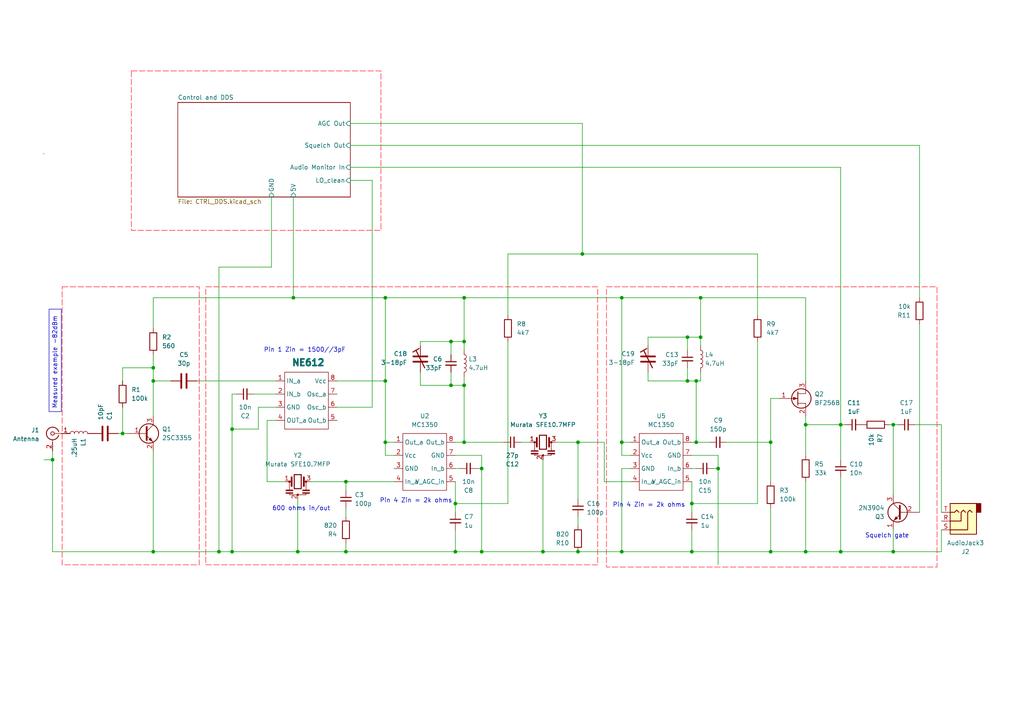
<source format=kicad_sch>
(kicad_sch
	(version 20231120)
	(generator "eeschema")
	(generator_version "8.0")
	(uuid "faaa4fd7-afcf-43ed-a769-0afd59bfc7e6")
	(paper "A4")
	(title_block
		(title "G1OJS Airband Scanner ATTiny85 Si5351 Project")
		(date "2025-06-15")
		(rev "1")
	)
	(lib_symbols
		(symbol "Connector:Conn_Coaxial"
			(pin_names
				(offset 1.016) hide)
			(exclude_from_sim no)
			(in_bom yes)
			(on_board yes)
			(property "Reference" "J"
				(at 0.254 3.048 0)
				(effects
					(font
						(size 1.27 1.27)
					)
				)
			)
			(property "Value" "Conn_Coaxial"
				(at 2.921 0 90)
				(effects
					(font
						(size 1.27 1.27)
					)
				)
			)
			(property "Footprint" ""
				(at 0 0 0)
				(effects
					(font
						(size 1.27 1.27)
					)
					(hide yes)
				)
			)
			(property "Datasheet" "~"
				(at 0 0 0)
				(effects
					(font
						(size 1.27 1.27)
					)
					(hide yes)
				)
			)
			(property "Description" "coaxial connector (BNC, SMA, SMB, SMC, Cinch/RCA, LEMO, ...)"
				(at 0 0 0)
				(effects
					(font
						(size 1.27 1.27)
					)
					(hide yes)
				)
			)
			(property "ki_keywords" "BNC SMA SMB SMC LEMO coaxial connector CINCH RCA MCX MMCX U.FL UMRF"
				(at 0 0 0)
				(effects
					(font
						(size 1.27 1.27)
					)
					(hide yes)
				)
			)
			(property "ki_fp_filters" "*BNC* *SMA* *SMB* *SMC* *Cinch* *LEMO* *UMRF* *MCX* *U.FL*"
				(at 0 0 0)
				(effects
					(font
						(size 1.27 1.27)
					)
					(hide yes)
				)
			)
			(symbol "Conn_Coaxial_0_1"
				(arc
					(start -1.778 -0.508)
					(mid 0.2311 -1.8066)
					(end 1.778 0)
					(stroke
						(width 0.254)
						(type default)
					)
					(fill
						(type none)
					)
				)
				(polyline
					(pts
						(xy -2.54 0) (xy -0.508 0)
					)
					(stroke
						(width 0)
						(type default)
					)
					(fill
						(type none)
					)
				)
				(polyline
					(pts
						(xy 0 -2.54) (xy 0 -1.778)
					)
					(stroke
						(width 0)
						(type default)
					)
					(fill
						(type none)
					)
				)
				(circle
					(center 0 0)
					(radius 0.508)
					(stroke
						(width 0.2032)
						(type default)
					)
					(fill
						(type none)
					)
				)
				(arc
					(start 1.778 0)
					(mid 0.2099 1.8101)
					(end -1.778 0.508)
					(stroke
						(width 0.254)
						(type default)
					)
					(fill
						(type none)
					)
				)
			)
			(symbol "Conn_Coaxial_1_1"
				(pin passive line
					(at -5.08 0 0)
					(length 2.54)
					(name "In"
						(effects
							(font
								(size 1.27 1.27)
							)
						)
					)
					(number "1"
						(effects
							(font
								(size 1.27 1.27)
							)
						)
					)
				)
				(pin passive line
					(at 0 -5.08 90)
					(length 2.54)
					(name "Ext"
						(effects
							(font
								(size 1.27 1.27)
							)
						)
					)
					(number "2"
						(effects
							(font
								(size 1.27 1.27)
							)
						)
					)
				)
			)
		)
		(symbol "Connector_Audio:AudioJack3"
			(exclude_from_sim no)
			(in_bom yes)
			(on_board yes)
			(property "Reference" "J"
				(at 0 8.89 0)
				(effects
					(font
						(size 1.27 1.27)
					)
				)
			)
			(property "Value" "AudioJack3"
				(at 0 6.35 0)
				(effects
					(font
						(size 1.27 1.27)
					)
				)
			)
			(property "Footprint" ""
				(at 0 0 0)
				(effects
					(font
						(size 1.27 1.27)
					)
					(hide yes)
				)
			)
			(property "Datasheet" "~"
				(at 0 0 0)
				(effects
					(font
						(size 1.27 1.27)
					)
					(hide yes)
				)
			)
			(property "Description" "Audio Jack, 3 Poles (Stereo / TRS)"
				(at 0 0 0)
				(effects
					(font
						(size 1.27 1.27)
					)
					(hide yes)
				)
			)
			(property "ki_keywords" "audio jack receptacle stereo headphones phones TRS connector"
				(at 0 0 0)
				(effects
					(font
						(size 1.27 1.27)
					)
					(hide yes)
				)
			)
			(property "ki_fp_filters" "Jack*"
				(at 0 0 0)
				(effects
					(font
						(size 1.27 1.27)
					)
					(hide yes)
				)
			)
			(symbol "AudioJack3_0_1"
				(rectangle
					(start -5.08 -5.08)
					(end -6.35 -2.54)
					(stroke
						(width 0.254)
						(type default)
					)
					(fill
						(type outline)
					)
				)
				(polyline
					(pts
						(xy 0 -2.54) (xy 0.635 -3.175) (xy 1.27 -2.54) (xy 2.54 -2.54)
					)
					(stroke
						(width 0.254)
						(type default)
					)
					(fill
						(type none)
					)
				)
				(polyline
					(pts
						(xy -1.905 -2.54) (xy -1.27 -3.175) (xy -0.635 -2.54) (xy -0.635 0) (xy 2.54 0)
					)
					(stroke
						(width 0.254)
						(type default)
					)
					(fill
						(type none)
					)
				)
				(polyline
					(pts
						(xy 2.54 2.54) (xy -2.54 2.54) (xy -2.54 -2.54) (xy -3.175 -3.175) (xy -3.81 -2.54)
					)
					(stroke
						(width 0.254)
						(type default)
					)
					(fill
						(type none)
					)
				)
				(rectangle
					(start 2.54 3.81)
					(end -5.08 -5.08)
					(stroke
						(width 0.254)
						(type default)
					)
					(fill
						(type background)
					)
				)
			)
			(symbol "AudioJack3_1_1"
				(pin passive line
					(at 5.08 0 180)
					(length 2.54)
					(name "~"
						(effects
							(font
								(size 1.27 1.27)
							)
						)
					)
					(number "R"
						(effects
							(font
								(size 1.27 1.27)
							)
						)
					)
				)
				(pin passive line
					(at 5.08 2.54 180)
					(length 2.54)
					(name "~"
						(effects
							(font
								(size 1.27 1.27)
							)
						)
					)
					(number "S"
						(effects
							(font
								(size 1.27 1.27)
							)
						)
					)
				)
				(pin passive line
					(at 5.08 -2.54 180)
					(length 2.54)
					(name "~"
						(effects
							(font
								(size 1.27 1.27)
							)
						)
					)
					(number "T"
						(effects
							(font
								(size 1.27 1.27)
							)
						)
					)
				)
			)
		)
		(symbol "Device:C"
			(pin_numbers hide)
			(pin_names
				(offset 0.254)
			)
			(exclude_from_sim no)
			(in_bom yes)
			(on_board yes)
			(property "Reference" "C"
				(at 0.635 2.54 0)
				(effects
					(font
						(size 1.27 1.27)
					)
					(justify left)
				)
			)
			(property "Value" "C"
				(at 0.635 -2.54 0)
				(effects
					(font
						(size 1.27 1.27)
					)
					(justify left)
				)
			)
			(property "Footprint" ""
				(at 0.9652 -3.81 0)
				(effects
					(font
						(size 1.27 1.27)
					)
					(hide yes)
				)
			)
			(property "Datasheet" "~"
				(at 0 0 0)
				(effects
					(font
						(size 1.27 1.27)
					)
					(hide yes)
				)
			)
			(property "Description" "Unpolarized capacitor"
				(at 0 0 0)
				(effects
					(font
						(size 1.27 1.27)
					)
					(hide yes)
				)
			)
			(property "ki_keywords" "cap capacitor"
				(at 0 0 0)
				(effects
					(font
						(size 1.27 1.27)
					)
					(hide yes)
				)
			)
			(property "ki_fp_filters" "C_*"
				(at 0 0 0)
				(effects
					(font
						(size 1.27 1.27)
					)
					(hide yes)
				)
			)
			(symbol "C_0_1"
				(polyline
					(pts
						(xy -2.032 -0.762) (xy 2.032 -0.762)
					)
					(stroke
						(width 0.508)
						(type default)
					)
					(fill
						(type none)
					)
				)
				(polyline
					(pts
						(xy -2.032 0.762) (xy 2.032 0.762)
					)
					(stroke
						(width 0.508)
						(type default)
					)
					(fill
						(type none)
					)
				)
			)
			(symbol "C_1_1"
				(pin passive line
					(at 0 3.81 270)
					(length 2.794)
					(name "~"
						(effects
							(font
								(size 1.27 1.27)
							)
						)
					)
					(number "1"
						(effects
							(font
								(size 1.27 1.27)
							)
						)
					)
				)
				(pin passive line
					(at 0 -3.81 90)
					(length 2.794)
					(name "~"
						(effects
							(font
								(size 1.27 1.27)
							)
						)
					)
					(number "2"
						(effects
							(font
								(size 1.27 1.27)
							)
						)
					)
				)
			)
		)
		(symbol "Device:C_Small"
			(pin_numbers hide)
			(pin_names
				(offset 0.254) hide)
			(exclude_from_sim no)
			(in_bom yes)
			(on_board yes)
			(property "Reference" "C"
				(at 0.254 1.778 0)
				(effects
					(font
						(size 1.27 1.27)
					)
					(justify left)
				)
			)
			(property "Value" "C_Small"
				(at 0.254 -2.032 0)
				(effects
					(font
						(size 1.27 1.27)
					)
					(justify left)
				)
			)
			(property "Footprint" ""
				(at 0 0 0)
				(effects
					(font
						(size 1.27 1.27)
					)
					(hide yes)
				)
			)
			(property "Datasheet" "~"
				(at 0 0 0)
				(effects
					(font
						(size 1.27 1.27)
					)
					(hide yes)
				)
			)
			(property "Description" "Unpolarized capacitor, small symbol"
				(at 0 0 0)
				(effects
					(font
						(size 1.27 1.27)
					)
					(hide yes)
				)
			)
			(property "ki_keywords" "capacitor cap"
				(at 0 0 0)
				(effects
					(font
						(size 1.27 1.27)
					)
					(hide yes)
				)
			)
			(property "ki_fp_filters" "C_*"
				(at 0 0 0)
				(effects
					(font
						(size 1.27 1.27)
					)
					(hide yes)
				)
			)
			(symbol "C_Small_0_1"
				(polyline
					(pts
						(xy -1.524 -0.508) (xy 1.524 -0.508)
					)
					(stroke
						(width 0.3302)
						(type default)
					)
					(fill
						(type none)
					)
				)
				(polyline
					(pts
						(xy -1.524 0.508) (xy 1.524 0.508)
					)
					(stroke
						(width 0.3048)
						(type default)
					)
					(fill
						(type none)
					)
				)
			)
			(symbol "C_Small_1_1"
				(pin passive line
					(at 0 2.54 270)
					(length 2.032)
					(name "~"
						(effects
							(font
								(size 1.27 1.27)
							)
						)
					)
					(number "1"
						(effects
							(font
								(size 1.27 1.27)
							)
						)
					)
				)
				(pin passive line
					(at 0 -2.54 90)
					(length 2.032)
					(name "~"
						(effects
							(font
								(size 1.27 1.27)
							)
						)
					)
					(number "2"
						(effects
							(font
								(size 1.27 1.27)
							)
						)
					)
				)
			)
		)
		(symbol "Device:C_Trim"
			(pin_numbers hide)
			(pin_names
				(offset 0.254) hide)
			(exclude_from_sim no)
			(in_bom yes)
			(on_board yes)
			(property "Reference" "C"
				(at 1.524 -2.032 0)
				(effects
					(font
						(size 1.27 1.27)
					)
				)
			)
			(property "Value" "C_Trim"
				(at 3.048 -3.556 0)
				(effects
					(font
						(size 1.27 1.27)
					)
				)
			)
			(property "Footprint" ""
				(at 0 0 0)
				(effects
					(font
						(size 1.27 1.27)
					)
					(hide yes)
				)
			)
			(property "Datasheet" "~"
				(at 0 0 0)
				(effects
					(font
						(size 1.27 1.27)
					)
					(hide yes)
				)
			)
			(property "Description" "Trimmable capacitor"
				(at 0 0 0)
				(effects
					(font
						(size 1.27 1.27)
					)
					(hide yes)
				)
			)
			(property "ki_keywords" "trimmer variable capacitor"
				(at 0 0 0)
				(effects
					(font
						(size 1.27 1.27)
					)
					(hide yes)
				)
			)
			(symbol "C_Trim_0_1"
				(polyline
					(pts
						(xy -2.032 -0.762) (xy 2.032 -0.762)
					)
					(stroke
						(width 0.508)
						(type default)
					)
					(fill
						(type none)
					)
				)
				(polyline
					(pts
						(xy -2.032 0.762) (xy 2.032 0.762)
					)
					(stroke
						(width 0.508)
						(type default)
					)
					(fill
						(type none)
					)
				)
				(polyline
					(pts
						(xy 1.27 2.54) (xy -1.27 -2.54)
					)
					(stroke
						(width 0.3048)
						(type default)
					)
					(fill
						(type none)
					)
				)
				(polyline
					(pts
						(xy 1.27 2.54) (xy 0.381 3.048)
					)
					(stroke
						(width 0.3048)
						(type default)
					)
					(fill
						(type none)
					)
				)
				(polyline
					(pts
						(xy 1.27 2.54) (xy 2.159 2.032)
					)
					(stroke
						(width 0.3048)
						(type default)
					)
					(fill
						(type none)
					)
				)
			)
			(symbol "C_Trim_1_1"
				(pin passive line
					(at 0 3.81 270)
					(length 3.048)
					(name "~"
						(effects
							(font
								(size 1.27 1.27)
							)
						)
					)
					(number "1"
						(effects
							(font
								(size 1.27 1.27)
							)
						)
					)
				)
				(pin passive line
					(at 0 -3.81 90)
					(length 3.048)
					(name "~"
						(effects
							(font
								(size 1.27 1.27)
							)
						)
					)
					(number "2"
						(effects
							(font
								(size 1.27 1.27)
							)
						)
					)
				)
			)
		)
		(symbol "Device:L"
			(pin_numbers hide)
			(pin_names
				(offset 1.016) hide)
			(exclude_from_sim no)
			(in_bom yes)
			(on_board yes)
			(property "Reference" "L"
				(at -1.27 0 90)
				(effects
					(font
						(size 1.27 1.27)
					)
				)
			)
			(property "Value" "L"
				(at 1.905 0 90)
				(effects
					(font
						(size 1.27 1.27)
					)
				)
			)
			(property "Footprint" ""
				(at 0 0 0)
				(effects
					(font
						(size 1.27 1.27)
					)
					(hide yes)
				)
			)
			(property "Datasheet" "~"
				(at 0 0 0)
				(effects
					(font
						(size 1.27 1.27)
					)
					(hide yes)
				)
			)
			(property "Description" "Inductor"
				(at 0 0 0)
				(effects
					(font
						(size 1.27 1.27)
					)
					(hide yes)
				)
			)
			(property "ki_keywords" "inductor choke coil reactor magnetic"
				(at 0 0 0)
				(effects
					(font
						(size 1.27 1.27)
					)
					(hide yes)
				)
			)
			(property "ki_fp_filters" "Choke_* *Coil* Inductor_* L_*"
				(at 0 0 0)
				(effects
					(font
						(size 1.27 1.27)
					)
					(hide yes)
				)
			)
			(symbol "L_0_1"
				(arc
					(start 0 -2.54)
					(mid 0.6323 -1.905)
					(end 0 -1.27)
					(stroke
						(width 0)
						(type default)
					)
					(fill
						(type none)
					)
				)
				(arc
					(start 0 -1.27)
					(mid 0.6323 -0.635)
					(end 0 0)
					(stroke
						(width 0)
						(type default)
					)
					(fill
						(type none)
					)
				)
				(arc
					(start 0 0)
					(mid 0.6323 0.635)
					(end 0 1.27)
					(stroke
						(width 0)
						(type default)
					)
					(fill
						(type none)
					)
				)
				(arc
					(start 0 1.27)
					(mid 0.6323 1.905)
					(end 0 2.54)
					(stroke
						(width 0)
						(type default)
					)
					(fill
						(type none)
					)
				)
			)
			(symbol "L_1_1"
				(pin passive line
					(at 0 3.81 270)
					(length 1.27)
					(name "1"
						(effects
							(font
								(size 1.27 1.27)
							)
						)
					)
					(number "1"
						(effects
							(font
								(size 1.27 1.27)
							)
						)
					)
				)
				(pin passive line
					(at 0 -3.81 90)
					(length 1.27)
					(name "2"
						(effects
							(font
								(size 1.27 1.27)
							)
						)
					)
					(number "2"
						(effects
							(font
								(size 1.27 1.27)
							)
						)
					)
				)
			)
		)
		(symbol "Device:R"
			(pin_numbers hide)
			(pin_names
				(offset 0)
			)
			(exclude_from_sim no)
			(in_bom yes)
			(on_board yes)
			(property "Reference" "R"
				(at 2.032 0 90)
				(effects
					(font
						(size 1.27 1.27)
					)
				)
			)
			(property "Value" "R"
				(at 0 0 90)
				(effects
					(font
						(size 1.27 1.27)
					)
				)
			)
			(property "Footprint" ""
				(at -1.778 0 90)
				(effects
					(font
						(size 1.27 1.27)
					)
					(hide yes)
				)
			)
			(property "Datasheet" "~"
				(at 0 0 0)
				(effects
					(font
						(size 1.27 1.27)
					)
					(hide yes)
				)
			)
			(property "Description" "Resistor"
				(at 0 0 0)
				(effects
					(font
						(size 1.27 1.27)
					)
					(hide yes)
				)
			)
			(property "ki_keywords" "R res resistor"
				(at 0 0 0)
				(effects
					(font
						(size 1.27 1.27)
					)
					(hide yes)
				)
			)
			(property "ki_fp_filters" "R_*"
				(at 0 0 0)
				(effects
					(font
						(size 1.27 1.27)
					)
					(hide yes)
				)
			)
			(symbol "R_0_1"
				(rectangle
					(start -1.016 -2.54)
					(end 1.016 2.54)
					(stroke
						(width 0.254)
						(type default)
					)
					(fill
						(type none)
					)
				)
			)
			(symbol "R_1_1"
				(pin passive line
					(at 0 3.81 270)
					(length 1.27)
					(name "~"
						(effects
							(font
								(size 1.27 1.27)
							)
						)
					)
					(number "1"
						(effects
							(font
								(size 1.27 1.27)
							)
						)
					)
				)
				(pin passive line
					(at 0 -3.81 90)
					(length 1.27)
					(name "~"
						(effects
							(font
								(size 1.27 1.27)
							)
						)
					)
					(number "2"
						(effects
							(font
								(size 1.27 1.27)
							)
						)
					)
				)
			)
		)
		(symbol "Device:Resonator"
			(pin_names
				(offset 1.016) hide)
			(exclude_from_sim no)
			(in_bom yes)
			(on_board yes)
			(property "Reference" "Y"
				(at 0 5.715 0)
				(effects
					(font
						(size 1.27 1.27)
					)
				)
			)
			(property "Value" "Resonator"
				(at 0 3.81 0)
				(effects
					(font
						(size 1.27 1.27)
					)
				)
			)
			(property "Footprint" ""
				(at -0.635 0 0)
				(effects
					(font
						(size 1.27 1.27)
					)
					(hide yes)
				)
			)
			(property "Datasheet" "~"
				(at -0.635 0 0)
				(effects
					(font
						(size 1.27 1.27)
					)
					(hide yes)
				)
			)
			(property "Description" "Three pin ceramic resonator"
				(at 0 0 0)
				(effects
					(font
						(size 1.27 1.27)
					)
					(hide yes)
				)
			)
			(property "ki_keywords" "ceramic resonator"
				(at 0 0 0)
				(effects
					(font
						(size 1.27 1.27)
					)
					(hide yes)
				)
			)
			(property "ki_fp_filters" "Filter* Resonator*"
				(at 0 0 0)
				(effects
					(font
						(size 1.27 1.27)
					)
					(hide yes)
				)
			)
			(symbol "Resonator_0_1"
				(rectangle
					(start -3.429 -3.175)
					(end -1.397 -3.429)
					(stroke
						(width 0)
						(type default)
					)
					(fill
						(type outline)
					)
				)
				(rectangle
					(start -3.429 -2.413)
					(end -1.397 -2.667)
					(stroke
						(width 0)
						(type default)
					)
					(fill
						(type outline)
					)
				)
				(circle
					(center -2.413 0)
					(radius 0.254)
					(stroke
						(width 0)
						(type default)
					)
					(fill
						(type outline)
					)
				)
				(rectangle
					(start -1.016 2.032)
					(end 1.016 -2.032)
					(stroke
						(width 0.3048)
						(type default)
					)
					(fill
						(type none)
					)
				)
				(circle
					(center 0 -3.81)
					(radius 0.254)
					(stroke
						(width 0)
						(type default)
					)
					(fill
						(type outline)
					)
				)
				(polyline
					(pts
						(xy -2.413 -2.413) (xy -2.413 0)
					)
					(stroke
						(width 0)
						(type default)
					)
					(fill
						(type none)
					)
				)
				(polyline
					(pts
						(xy -1.905 0) (xy -3.175 0)
					)
					(stroke
						(width 0)
						(type default)
					)
					(fill
						(type none)
					)
				)
				(polyline
					(pts
						(xy -1.778 -1.27) (xy -1.778 1.27)
					)
					(stroke
						(width 0.508)
						(type default)
					)
					(fill
						(type none)
					)
				)
				(polyline
					(pts
						(xy 1.778 -1.27) (xy 1.778 1.27)
					)
					(stroke
						(width 0.508)
						(type default)
					)
					(fill
						(type none)
					)
				)
				(polyline
					(pts
						(xy 1.905 0) (xy 2.54 0)
					)
					(stroke
						(width 0)
						(type default)
					)
					(fill
						(type none)
					)
				)
				(polyline
					(pts
						(xy 2.413 0) (xy 2.413 -2.54)
					)
					(stroke
						(width 0)
						(type default)
					)
					(fill
						(type none)
					)
				)
				(polyline
					(pts
						(xy 2.413 -3.302) (xy 2.413 -3.81) (xy -2.413 -3.81) (xy -2.413 -3.302)
					)
					(stroke
						(width 0)
						(type default)
					)
					(fill
						(type none)
					)
				)
				(rectangle
					(start 1.397 -3.175)
					(end 3.429 -3.429)
					(stroke
						(width 0)
						(type default)
					)
					(fill
						(type outline)
					)
				)
				(rectangle
					(start 1.397 -2.413)
					(end 3.429 -2.667)
					(stroke
						(width 0)
						(type default)
					)
					(fill
						(type outline)
					)
				)
				(circle
					(center 2.413 0)
					(radius 0.254)
					(stroke
						(width 0)
						(type default)
					)
					(fill
						(type outline)
					)
				)
			)
			(symbol "Resonator_1_1"
				(pin passive line
					(at -3.81 0 0)
					(length 1.27)
					(name "1"
						(effects
							(font
								(size 1.27 1.27)
							)
						)
					)
					(number "1"
						(effects
							(font
								(size 1.27 1.27)
							)
						)
					)
				)
				(pin passive line
					(at 0 -5.08 90)
					(length 1.27)
					(name "2"
						(effects
							(font
								(size 1.27 1.27)
							)
						)
					)
					(number "2"
						(effects
							(font
								(size 1.27 1.27)
							)
						)
					)
				)
				(pin passive line
					(at 3.81 0 180)
					(length 1.27)
					(name "3"
						(effects
							(font
								(size 1.27 1.27)
							)
						)
					)
					(number "3"
						(effects
							(font
								(size 1.27 1.27)
							)
						)
					)
				)
			)
		)
		(symbol "Transistor_BJT:2N3904"
			(pin_names
				(offset 0) hide)
			(exclude_from_sim no)
			(in_bom yes)
			(on_board yes)
			(property "Reference" "Q"
				(at 5.08 1.905 0)
				(effects
					(font
						(size 1.27 1.27)
					)
					(justify left)
				)
			)
			(property "Value" "2N3904"
				(at 5.08 0 0)
				(effects
					(font
						(size 1.27 1.27)
					)
					(justify left)
				)
			)
			(property "Footprint" "Package_TO_SOT_THT:TO-92_Inline"
				(at 5.08 -1.905 0)
				(effects
					(font
						(size 1.27 1.27)
						(italic yes)
					)
					(justify left)
					(hide yes)
				)
			)
			(property "Datasheet" "https://www.onsemi.com/pub/Collateral/2N3903-D.PDF"
				(at 0 0 0)
				(effects
					(font
						(size 1.27 1.27)
					)
					(justify left)
					(hide yes)
				)
			)
			(property "Description" "0.2A Ic, 40V Vce, Small Signal NPN Transistor, TO-92"
				(at 0 0 0)
				(effects
					(font
						(size 1.27 1.27)
					)
					(hide yes)
				)
			)
			(property "ki_keywords" "NPN Transistor"
				(at 0 0 0)
				(effects
					(font
						(size 1.27 1.27)
					)
					(hide yes)
				)
			)
			(property "ki_fp_filters" "TO?92*"
				(at 0 0 0)
				(effects
					(font
						(size 1.27 1.27)
					)
					(hide yes)
				)
			)
			(symbol "2N3904_0_1"
				(polyline
					(pts
						(xy 0.635 0.635) (xy 2.54 2.54)
					)
					(stroke
						(width 0)
						(type default)
					)
					(fill
						(type none)
					)
				)
				(polyline
					(pts
						(xy 0.635 -0.635) (xy 2.54 -2.54) (xy 2.54 -2.54)
					)
					(stroke
						(width 0)
						(type default)
					)
					(fill
						(type none)
					)
				)
				(polyline
					(pts
						(xy 0.635 1.905) (xy 0.635 -1.905) (xy 0.635 -1.905)
					)
					(stroke
						(width 0.508)
						(type default)
					)
					(fill
						(type none)
					)
				)
				(polyline
					(pts
						(xy 1.27 -1.778) (xy 1.778 -1.27) (xy 2.286 -2.286) (xy 1.27 -1.778) (xy 1.27 -1.778)
					)
					(stroke
						(width 0)
						(type default)
					)
					(fill
						(type outline)
					)
				)
				(circle
					(center 1.27 0)
					(radius 2.8194)
					(stroke
						(width 0.254)
						(type default)
					)
					(fill
						(type none)
					)
				)
			)
			(symbol "2N3904_1_1"
				(pin passive line
					(at 2.54 -5.08 90)
					(length 2.54)
					(name "E"
						(effects
							(font
								(size 1.27 1.27)
							)
						)
					)
					(number "1"
						(effects
							(font
								(size 1.27 1.27)
							)
						)
					)
				)
				(pin passive line
					(at -5.08 0 0)
					(length 5.715)
					(name "B"
						(effects
							(font
								(size 1.27 1.27)
							)
						)
					)
					(number "2"
						(effects
							(font
								(size 1.27 1.27)
							)
						)
					)
				)
				(pin passive line
					(at 2.54 5.08 270)
					(length 2.54)
					(name "C"
						(effects
							(font
								(size 1.27 1.27)
							)
						)
					)
					(number "3"
						(effects
							(font
								(size 1.27 1.27)
							)
						)
					)
				)
			)
		)
		(symbol "z_RF_Mixer_LO:NE612"
			(exclude_from_sim no)
			(in_bom yes)
			(on_board yes)
			(property "Reference" "U"
				(at -4.826 6.096 0)
				(effects
					(font
						(size 1.27 1.27)
					)
				)
			)
			(property "Value" "NE612"
				(at -3.81 0 0)
				(effects
					(font
						(size 1.27 1.27)
					)
				)
			)
			(property "Footprint" "Package_DIP:DIP-8_W7.62mm"
				(at -3.81 0 0)
				(effects
					(font
						(size 1.27 1.27)
					)
					(hide yes)
				)
			)
			(property "Datasheet" ""
				(at -3.81 0 0)
				(effects
					(font
						(size 1.27 1.27)
					)
					(hide yes)
				)
			)
			(property "Description" ""
				(at -3.81 0 0)
				(effects
					(font
						(size 1.27 1.27)
					)
					(hide yes)
				)
			)
			(symbol "NE612_0_1"
				(rectangle
					(start -6.35 2.54)
					(end 6.35 -13.97)
					(stroke
						(width 0)
						(type default)
					)
					(fill
						(type none)
					)
				)
			)
			(symbol "NE612_1_1"
				(pin input line
					(at -8.89 0 0)
					(length 2.54)
					(name "IN_a"
						(effects
							(font
								(size 1.27 1.27)
							)
						)
					)
					(number "1"
						(effects
							(font
								(size 1.27 1.27)
							)
						)
					)
				)
				(pin input line
					(at -8.89 -3.81 0)
					(length 2.54)
					(name "IN_b"
						(effects
							(font
								(size 1.27 1.27)
							)
						)
					)
					(number "2"
						(effects
							(font
								(size 1.27 1.27)
							)
						)
					)
				)
				(pin power_in line
					(at -8.89 -7.62 0)
					(length 2.54)
					(name "GND"
						(effects
							(font
								(size 1.27 1.27)
							)
						)
					)
					(number "3"
						(effects
							(font
								(size 1.27 1.27)
							)
						)
					)
				)
				(pin output line
					(at -8.89 -11.43 0)
					(length 2.54)
					(name "OUT_a"
						(effects
							(font
								(size 1.27 1.27)
							)
						)
					)
					(number "4"
						(effects
							(font
								(size 1.27 1.27)
							)
						)
					)
				)
				(pin bidirectional line
					(at 8.89 -11.43 180)
					(length 2.54)
					(name "Out_b"
						(effects
							(font
								(size 1.27 1.27)
							)
						)
					)
					(number "5"
						(effects
							(font
								(size 1.27 1.27)
							)
						)
					)
				)
				(pin bidirectional line
					(at 8.89 -7.62 180)
					(length 2.54)
					(name "Osc_b"
						(effects
							(font
								(size 1.27 1.27)
							)
						)
					)
					(number "6"
						(effects
							(font
								(size 1.27 1.27)
							)
						)
					)
				)
				(pin bidirectional line
					(at 8.89 -3.81 180)
					(length 2.54)
					(name "Osc_a"
						(effects
							(font
								(size 1.27 1.27)
							)
						)
					)
					(number "7"
						(effects
							(font
								(size 1.27 1.27)
							)
						)
					)
				)
				(pin power_in line
					(at 8.89 0 180)
					(length 2.54)
					(name "Vcc"
						(effects
							(font
								(size 1.27 1.27)
							)
						)
					)
					(number "8"
						(effects
							(font
								(size 1.27 1.27)
							)
						)
					)
				)
			)
		)
		(symbol "z_RF_Signal_Amps:MC1350"
			(exclude_from_sim no)
			(in_bom yes)
			(on_board yes)
			(property "Reference" "U"
				(at -4.826 6.096 0)
				(effects
					(font
						(size 1.27 1.27)
					)
				)
			)
			(property "Value" "MC1350"
				(at -3.81 0 0)
				(effects
					(font
						(size 1.27 1.27)
					)
				)
			)
			(property "Footprint" "Package_DIP:DIP-8_W7.62mm"
				(at -3.81 0 0)
				(effects
					(font
						(size 1.27 1.27)
					)
					(hide yes)
				)
			)
			(property "Datasheet" "https://pdf.datasheetcatalog.com/datasheet/philips/SA612.pdf"
				(at -3.81 0 0)
				(effects
					(font
						(size 1.27 1.27)
					)
					(hide yes)
				)
			)
			(property "Description" "IF amp 50dB with AGC, DIP-8"
				(at -3.81 0 0)
				(effects
					(font
						(size 1.27 1.27)
					)
					(hide yes)
				)
			)
			(property "ki_keywords" "NE612, Mixer, Oscillator"
				(at 0 0 0)
				(effects
					(font
						(size 1.27 1.27)
					)
					(hide yes)
				)
			)
			(symbol "MC1350_0_1"
				(rectangle
					(start -6.35 2.54)
					(end 6.35 -13.97)
					(stroke
						(width 0)
						(type default)
					)
					(fill
						(type none)
					)
				)
			)
			(symbol "MC1350_1_1"
				(pin output line
					(at -8.89 0 0)
					(length 2.54)
					(name "Out_a"
						(effects
							(font
								(size 1.27 1.27)
							)
						)
					)
					(number "1"
						(effects
							(font
								(size 1.27 1.27)
							)
						)
					)
				)
				(pin power_in line
					(at -8.89 -3.81 0)
					(length 2.54)
					(name "Vcc"
						(effects
							(font
								(size 1.27 1.27)
							)
						)
					)
					(number "2"
						(effects
							(font
								(size 1.27 1.27)
							)
						)
					)
				)
				(pin power_in line
					(at -8.89 -7.62 0)
					(length 2.54)
					(name "GND"
						(effects
							(font
								(size 1.27 1.27)
							)
						)
					)
					(number "3"
						(effects
							(font
								(size 1.27 1.27)
							)
						)
					)
				)
				(pin input line
					(at -8.89 -11.43 0)
					(length 2.54)
					(name "In_a"
						(effects
							(font
								(size 1.27 1.27)
							)
						)
					)
					(number "4"
						(effects
							(font
								(size 1.27 1.27)
							)
						)
					)
				)
				(pin input line
					(at 8.89 -11.43 180)
					(length 2.54)
					(name "V_AGC_in"
						(effects
							(font
								(size 1.27 1.27)
							)
						)
					)
					(number "5"
						(effects
							(font
								(size 1.27 1.27)
							)
						)
					)
				)
				(pin input line
					(at 8.89 -7.62 180)
					(length 2.54)
					(name "In_b"
						(effects
							(font
								(size 1.27 1.27)
							)
						)
					)
					(number "6"
						(effects
							(font
								(size 1.27 1.27)
							)
						)
					)
				)
				(pin power_in line
					(at 8.89 -3.81 180)
					(length 2.54)
					(name "GND"
						(effects
							(font
								(size 1.27 1.27)
							)
						)
					)
					(number "7"
						(effects
							(font
								(size 1.27 1.27)
							)
						)
					)
				)
				(pin output line
					(at 8.89 0 180)
					(length 2.54)
					(name "Out_b"
						(effects
							(font
								(size 1.27 1.27)
							)
						)
					)
					(number "8"
						(effects
							(font
								(size 1.27 1.27)
							)
						)
					)
				)
			)
		)
		(symbol "z_Transistor_BJT:2SC3355"
			(pin_names
				(offset 0) hide)
			(exclude_from_sim no)
			(in_bom yes)
			(on_board yes)
			(property "Reference" "Q"
				(at 5.588 -0.762 0)
				(effects
					(font
						(size 1.27 1.27)
					)
				)
			)
			(property "Value" "2SC3355"
				(at 9.144 -2.794 0)
				(effects
					(font
						(size 1.27 1.27)
					)
				)
			)
			(property "Footprint" "Package_TO_SOT_THT:TO-92_Inline"
				(at 0 0 0)
				(effects
					(font
						(size 1.27 1.27)
					)
					(hide yes)
				)
			)
			(property "Datasheet" "https://www.alphacron.de/download/hardware/2SC3355.pdf"
				(at -0.254 4.318 0)
				(effects
					(font
						(size 1.27 1.27)
					)
					(hide yes)
				)
			)
			(property "Description" "100mA Ic, 12V Vce, Low Noise 6.5GHz NPN Transistor, TO-92"
				(at 0 0 0)
				(effects
					(font
						(size 1.27 1.27)
					)
					(hide yes)
				)
			)
			(symbol "2SC3355_0_1"
				(polyline
					(pts
						(xy 0.635 0.635) (xy 2.54 2.54)
					)
					(stroke
						(width 0)
						(type default)
					)
					(fill
						(type none)
					)
				)
				(polyline
					(pts
						(xy 0.635 -0.635) (xy 2.54 -2.54) (xy 2.54 -2.54)
					)
					(stroke
						(width 0)
						(type default)
					)
					(fill
						(type none)
					)
				)
				(polyline
					(pts
						(xy 0.635 1.905) (xy 0.635 -1.905) (xy 0.635 -1.905)
					)
					(stroke
						(width 0.508)
						(type default)
					)
					(fill
						(type none)
					)
				)
				(polyline
					(pts
						(xy 1.27 -1.778) (xy 1.778 -1.27) (xy 2.286 -2.286) (xy 1.27 -1.778) (xy 1.27 -1.778)
					)
					(stroke
						(width 0)
						(type default)
					)
					(fill
						(type outline)
					)
				)
				(circle
					(center 1.27 0)
					(radius 2.8194)
					(stroke
						(width 0.254)
						(type default)
					)
					(fill
						(type none)
					)
				)
			)
			(symbol "2SC3355_1_1"
				(pin passive line
					(at -5.08 0 0)
					(length 5.715)
					(name "B"
						(effects
							(font
								(size 1.27 1.27)
							)
						)
					)
					(number "1"
						(effects
							(font
								(size 1.27 1.27)
							)
						)
					)
				)
				(pin passive line
					(at 2.54 -5.08 90)
					(length 2.54)
					(name "E"
						(effects
							(font
								(size 1.27 1.27)
							)
						)
					)
					(number "2"
						(effects
							(font
								(size 1.27 1.27)
							)
						)
					)
				)
				(pin passive line
					(at 2.54 5.08 270)
					(length 2.54)
					(name "C"
						(effects
							(font
								(size 1.27 1.27)
							)
						)
					)
					(number "3"
						(effects
							(font
								(size 1.27 1.27)
							)
						)
					)
				)
			)
		)
		(symbol "z_Transistor_FET:BF256B"
			(pin_names
				(offset 0) hide)
			(exclude_from_sim no)
			(in_bom yes)
			(on_board yes)
			(property "Reference" "Q"
				(at 5.334 -0.254 0)
				(effects
					(font
						(size 1.27 1.27)
					)
				)
			)
			(property "Value" "BF256B"
				(at 8.382 -2.286 0)
				(effects
					(font
						(size 1.27 1.27)
					)
				)
			)
			(property "Footprint" "Package_TO_SOT_THT:TO-92L_Inline"
				(at -16.51 9.652 0)
				(effects
					(font
						(size 1.27 1.27)
					)
					(hide yes)
				)
			)
			(property "Datasheet" "https://www.onsemi.com/download/data-sheet/pdf/bf256b-d.pdf"
				(at 0.254 11.938 0)
				(effects
					(font
						(size 1.27 1.27)
					)
					(hide yes)
				)
			)
			(property "Description" "13mA Id, 30V Vgs, N-Channel JFET RF Amplifier, TO-92"
				(at 0 0 0)
				(effects
					(font
						(size 1.27 1.27)
					)
					(hide yes)
				)
			)
			(property "ki_keywords" "FET, JFET, RF"
				(at 0 0 0)
				(effects
					(font
						(size 1.27 1.27)
					)
					(hide yes)
				)
			)
			(symbol "BF256B_0_1"
				(polyline
					(pts
						(xy 0.254 0) (xy -2.54 0)
					)
					(stroke
						(width 0)
						(type default)
					)
					(fill
						(type none)
					)
				)
				(polyline
					(pts
						(xy 0.254 1.905) (xy 0.254 -1.905)
					)
					(stroke
						(width 0.254)
						(type default)
					)
					(fill
						(type none)
					)
				)
				(polyline
					(pts
						(xy 2.54 -2.54) (xy 2.54 -1.397) (xy 0.254 -1.397)
					)
					(stroke
						(width 0)
						(type default)
					)
					(fill
						(type none)
					)
				)
				(polyline
					(pts
						(xy 2.54 2.54) (xy 2.54 1.397) (xy 0.254 1.397)
					)
					(stroke
						(width 0)
						(type default)
					)
					(fill
						(type none)
					)
				)
				(polyline
					(pts
						(xy 0 0) (xy -1.016 0.381) (xy -1.016 -0.381) (xy 0 0)
					)
					(stroke
						(width 0)
						(type default)
					)
					(fill
						(type outline)
					)
				)
				(circle
					(center 1.27 0)
					(radius 2.8194)
					(stroke
						(width 0.254)
						(type default)
					)
					(fill
						(type none)
					)
				)
			)
			(symbol "BF256B_1_1"
				(pin input line
					(at -5.08 0 0)
					(length 2.54)
					(name "G"
						(effects
							(font
								(size 1.27 1.27)
							)
						)
					)
					(number "1"
						(effects
							(font
								(size 1.27 1.27)
							)
						)
					)
				)
				(pin passive line
					(at 2.54 -5.08 90)
					(length 2.54)
					(name "S"
						(effects
							(font
								(size 1.27 1.27)
							)
						)
					)
					(number "2"
						(effects
							(font
								(size 1.27 1.27)
							)
						)
					)
				)
				(pin passive line
					(at 2.54 5.08 270)
					(length 2.54)
					(name "D"
						(effects
							(font
								(size 1.27 1.27)
							)
						)
					)
					(number "3"
						(effects
							(font
								(size 1.27 1.27)
							)
						)
					)
				)
			)
		)
	)
	(junction
		(at 243.84 123.19)
		(diameter 0)
		(color 0 0 0 0)
		(uuid "1af7a079-a24b-43d8-ad26-04e91c324705")
	)
	(junction
		(at 132.08 160.02)
		(diameter 0)
		(color 0 0 0 0)
		(uuid "23f54cc0-b0b1-4651-9516-5827a54de7dc")
	)
	(junction
		(at 67.31 124.46)
		(diameter 0)
		(color 0 0 0 0)
		(uuid "26cb42a4-798b-4f66-86b1-7974d10386ce")
	)
	(junction
		(at 259.08 160.02)
		(diameter 0)
		(color 0 0 0 0)
		(uuid "2a333158-ccbd-4ff9-85d9-94eaa45923a7")
	)
	(junction
		(at 111.76 128.27)
		(diameter 0)
		(color 0 0 0 0)
		(uuid "2b6fed01-299c-407c-8c6e-0cfa7af44623")
	)
	(junction
		(at 201.93 128.27)
		(diameter 0)
		(color 0 0 0 0)
		(uuid "2c8cc3c2-f51d-4ae8-ad50-5f94790658da")
	)
	(junction
		(at 86.36 160.02)
		(diameter 0)
		(color 0 0 0 0)
		(uuid "31c4fb55-d72e-4c86-afef-5c3ea47acc1d")
	)
	(junction
		(at 223.52 128.27)
		(diameter 0)
		(color 0 0 0 0)
		(uuid "3454dab1-6342-4628-9925-f8e21f8ec6c8")
	)
	(junction
		(at 208.28 135.89)
		(diameter 0)
		(color 0 0 0 0)
		(uuid "3b79a146-a3c2-46b3-bea2-50bc181e516f")
	)
	(junction
		(at 111.76 110.49)
		(diameter 0)
		(color 0 0 0 0)
		(uuid "405c3b16-1d26-42b4-93c0-40b035d957ac")
	)
	(junction
		(at 180.34 86.36)
		(diameter 0)
		(color 0 0 0 0)
		(uuid "4490f257-7ff3-47f0-8cbb-7f4ad0aa4241")
	)
	(junction
		(at 180.34 128.27)
		(diameter 0)
		(color 0 0 0 0)
		(uuid "4690912e-3dfd-47c7-8e3c-1ea7bc028865")
	)
	(junction
		(at 44.45 110.49)
		(diameter 0)
		(color 0 0 0 0)
		(uuid "49388ab5-8227-485d-aa46-0f49fc043d88")
	)
	(junction
		(at 134.62 128.27)
		(diameter 0)
		(color 0 0 0 0)
		(uuid "4b6c718b-63ce-42b6-b97a-4923023fde92")
	)
	(junction
		(at 199.39 110.49)
		(diameter 0)
		(color 0 0 0 0)
		(uuid "4d077dfb-67f5-416f-ace7-9ac27f475572")
	)
	(junction
		(at 134.62 86.36)
		(diameter 0)
		(color 0 0 0 0)
		(uuid "4ea4aa7f-7956-45e8-841c-a4c1ec56f235")
	)
	(junction
		(at 134.62 99.06)
		(diameter 0)
		(color 0 0 0 0)
		(uuid "4ffe3c51-2fc5-4099-bdd6-53d8a2975ae6")
	)
	(junction
		(at 203.2 86.36)
		(diameter 0)
		(color 0 0 0 0)
		(uuid "530ca346-a7ca-45ce-b751-c58d7b36f2b5")
	)
	(junction
		(at 44.45 160.02)
		(diameter 0)
		(color 0 0 0 0)
		(uuid "56bc6d91-b739-4d48-a665-13b8f54ff4eb")
	)
	(junction
		(at 168.91 73.66)
		(diameter 0)
		(color 0 0 0 0)
		(uuid "5af51675-f42e-4502-b508-a0ce41a0b62e")
	)
	(junction
		(at 201.93 110.49)
		(diameter 0)
		(color 0 0 0 0)
		(uuid "6146161a-e334-4152-96cc-92cdb3a1f908")
	)
	(junction
		(at 111.76 86.36)
		(diameter 0)
		(color 0 0 0 0)
		(uuid "6781c455-fb65-40ee-b5c4-a819ec263eec")
	)
	(junction
		(at 199.39 97.79)
		(diameter 0)
		(color 0 0 0 0)
		(uuid "75db410b-6aed-4a0b-abd0-e2ac7f8b7d82")
	)
	(junction
		(at 200.66 160.02)
		(diameter 0)
		(color 0 0 0 0)
		(uuid "7a044116-708e-42c8-9655-2025b9d36f12")
	)
	(junction
		(at 233.68 123.19)
		(diameter 0)
		(color 0 0 0 0)
		(uuid "7f0b232e-4c18-43c8-affb-1fd175d2780d")
	)
	(junction
		(at 134.62 111.76)
		(diameter 0)
		(color 0 0 0 0)
		(uuid "7f5883e5-3282-4205-ad68-bd702fbddcfd")
	)
	(junction
		(at 233.68 160.02)
		(diameter 0)
		(color 0 0 0 0)
		(uuid "81df3b56-a15f-4f94-b9d9-ae7d77300c0e")
	)
	(junction
		(at 67.31 160.02)
		(diameter 0)
		(color 0 0 0 0)
		(uuid "86932e88-7d80-4412-baf8-ef0b8069587b")
	)
	(junction
		(at 63.5 160.02)
		(diameter 0)
		(color 0 0 0 0)
		(uuid "87f39b09-cb6d-433a-a1db-b952b8b767fd")
	)
	(junction
		(at 130.81 111.76)
		(diameter 0)
		(color 0 0 0 0)
		(uuid "8a828bb7-0f39-465b-90d8-fb4348db5206")
	)
	(junction
		(at 167.64 128.27)
		(diameter 0)
		(color 0 0 0 0)
		(uuid "93e78515-b909-486b-b22a-07204be6a9c3")
	)
	(junction
		(at 85.09 86.36)
		(diameter 0)
		(color 0 0 0 0)
		(uuid "946724b7-0148-4c58-958a-f8e2ba23240f")
	)
	(junction
		(at 157.48 160.02)
		(diameter 0)
		(color 0 0 0 0)
		(uuid "94725d86-fda1-4c47-9c58-0a5e014e2d1d")
	)
	(junction
		(at 100.33 139.7)
		(diameter 0)
		(color 0 0 0 0)
		(uuid "a41aeab5-6ede-4da7-a37b-6a034c02656c")
	)
	(junction
		(at 100.33 160.02)
		(diameter 0)
		(color 0 0 0 0)
		(uuid "a925c05f-c9cc-4fe5-a4cd-a6a5662468fc")
	)
	(junction
		(at 203.2 97.79)
		(diameter 0)
		(color 0 0 0 0)
		(uuid "aab27d09-9b36-4bf6-86a3-815d0d4642d6")
	)
	(junction
		(at 223.52 160.02)
		(diameter 0)
		(color 0 0 0 0)
		(uuid "b6be0be0-0e1d-4464-b9cc-39f2a767e8c8")
	)
	(junction
		(at 132.08 146.05)
		(diameter 0)
		(color 0 0 0 0)
		(uuid "b6bfe27d-1557-48c2-9816-17d0a606c98e")
	)
	(junction
		(at 35.56 125.73)
		(diameter 0)
		(color 0 0 0 0)
		(uuid "bcb12d20-e34f-458d-9e58-25d3755562c3")
	)
	(junction
		(at 167.64 160.02)
		(diameter 0)
		(color 0 0 0 0)
		(uuid "c46dfec7-5a74-478f-a9e3-1bc3ac727bf9")
	)
	(junction
		(at 15.24 133.35)
		(diameter 0)
		(color 0 0 0 0)
		(uuid "c4e12d72-b334-4c6b-a5eb-8063e3a1730b")
	)
	(junction
		(at 243.84 160.02)
		(diameter 0)
		(color 0 0 0 0)
		(uuid "ce25290f-68d3-4087-916c-c3e95f89d89d")
	)
	(junction
		(at 44.45 106.68)
		(diameter 0)
		(color 0 0 0 0)
		(uuid "d15aba87-05d9-4fe7-9108-eab1dbf2f2d6")
	)
	(junction
		(at 130.81 99.06)
		(diameter 0)
		(color 0 0 0 0)
		(uuid "d1938440-b3cf-423e-9db8-f5f08238820a")
	)
	(junction
		(at 139.7 160.02)
		(diameter 0)
		(color 0 0 0 0)
		(uuid "e33b0caa-6dae-4d5f-b535-6cd344bdaa6d")
	)
	(junction
		(at 139.7 135.89)
		(diameter 0)
		(color 0 0 0 0)
		(uuid "e802a4ae-5d78-4b1b-a53a-f93bb964ed5f")
	)
	(junction
		(at 259.08 123.19)
		(diameter 0)
		(color 0 0 0 0)
		(uuid "f683c1f2-7e3a-4b1c-8069-260ea6c41bc5")
	)
	(junction
		(at 180.34 160.02)
		(diameter 0)
		(color 0 0 0 0)
		(uuid "f879537d-f7be-47d2-8a0a-9396b8866d5c")
	)
	(junction
		(at 200.66 146.05)
		(diameter 0)
		(color 0 0 0 0)
		(uuid "fefb77e7-148a-4254-bdcb-01785f8a61ce")
	)
	(wire
		(pts
			(xy 130.81 107.95) (xy 130.81 111.76)
		)
		(stroke
			(width 0)
			(type default)
		)
		(uuid "00a017ac-999f-4054-8372-49909cc2a0a7")
	)
	(wire
		(pts
			(xy 180.34 86.36) (xy 180.34 128.27)
		)
		(stroke
			(width 0)
			(type default)
		)
		(uuid "05ac3666-9249-4db1-83e9-35d12d35b942")
	)
	(wire
		(pts
			(xy 35.56 106.68) (xy 44.45 106.68)
		)
		(stroke
			(width 0)
			(type default)
		)
		(uuid "072d452f-1add-4aa1-acef-e5d5832e35bb")
	)
	(wire
		(pts
			(xy 259.08 153.67) (xy 259.08 160.02)
		)
		(stroke
			(width 0)
			(type default)
		)
		(uuid "078d85af-55b1-4b75-8078-e9c862b41701")
	)
	(wire
		(pts
			(xy 111.76 86.36) (xy 134.62 86.36)
		)
		(stroke
			(width 0)
			(type default)
		)
		(uuid "07e64009-f424-4628-8047-0b7b00e173c7")
	)
	(wire
		(pts
			(xy 233.68 139.7) (xy 233.68 160.02)
		)
		(stroke
			(width 0)
			(type default)
		)
		(uuid "082e1d2b-a7da-4823-9b81-5eb8a56c09ab")
	)
	(wire
		(pts
			(xy 201.93 128.27) (xy 205.74 128.27)
		)
		(stroke
			(width 0)
			(type default)
		)
		(uuid "091d168b-525f-4717-9902-08f40032352b")
	)
	(wire
		(pts
			(xy 132.08 146.05) (xy 132.08 139.7)
		)
		(stroke
			(width 0)
			(type default)
		)
		(uuid "096286ed-4a68-4396-b89f-820effd72610")
	)
	(wire
		(pts
			(xy 233.68 160.02) (xy 243.84 160.02)
		)
		(stroke
			(width 0)
			(type default)
		)
		(uuid "0ecc1ee7-2656-44f5-bb99-9eb982def0c8")
	)
	(wire
		(pts
			(xy 203.2 97.79) (xy 203.2 100.33)
		)
		(stroke
			(width 0)
			(type default)
		)
		(uuid "0f3372cc-b9b8-491b-9a28-b0b716376bd4")
	)
	(wire
		(pts
			(xy 57.15 110.49) (xy 80.01 110.49)
		)
		(stroke
			(width 0)
			(type default)
		)
		(uuid "102e57d8-b696-44e4-ba68-932f680eb9f4")
	)
	(wire
		(pts
			(xy 139.7 160.02) (xy 157.48 160.02)
		)
		(stroke
			(width 0)
			(type default)
		)
		(uuid "106a3967-e31a-42b6-940f-57f727414b03")
	)
	(wire
		(pts
			(xy 134.62 128.27) (xy 146.05 128.27)
		)
		(stroke
			(width 0)
			(type default)
		)
		(uuid "10f7c0f9-c63b-4284-9f95-70bf19c6a761")
	)
	(wire
		(pts
			(xy 67.31 124.46) (xy 67.31 160.02)
		)
		(stroke
			(width 0)
			(type default)
		)
		(uuid "11f6a532-226a-471f-9e81-e2682bcd6864")
	)
	(wire
		(pts
			(xy 80.01 118.11) (xy 74.93 118.11)
		)
		(stroke
			(width 0)
			(type default)
		)
		(uuid "14695353-628a-498c-8734-1eddfbc2e531")
	)
	(wire
		(pts
			(xy 15.24 160.02) (xy 44.45 160.02)
		)
		(stroke
			(width 0)
			(type default)
		)
		(uuid "158e44be-b39b-4c3c-9414-278982820302")
	)
	(wire
		(pts
			(xy 85.09 57.15) (xy 85.09 86.36)
		)
		(stroke
			(width 0)
			(type default)
		)
		(uuid "17020dbc-2756-47ad-8d35-0be805d5eaaf")
	)
	(wire
		(pts
			(xy 19.05 125.73) (xy 20.32 125.73)
		)
		(stroke
			(width 0)
			(type default)
		)
		(uuid "17da7af2-392b-4a2a-95b1-d07a92c69420")
	)
	(wire
		(pts
			(xy 161.29 128.27) (xy 167.64 128.27)
		)
		(stroke
			(width 0)
			(type default)
		)
		(uuid "190af48b-d8f0-410d-bd32-51b54c2faaea")
	)
	(wire
		(pts
			(xy 101.6 42.164) (xy 266.7 42.164)
		)
		(stroke
			(width 0)
			(type default)
		)
		(uuid "199b3e00-961e-4a18-bc27-95abe776c251")
	)
	(wire
		(pts
			(xy 121.92 100.33) (xy 121.92 99.06)
		)
		(stroke
			(width 0)
			(type default)
		)
		(uuid "1cbb29c5-c932-424d-bf33-5d678580a9b3")
	)
	(wire
		(pts
			(xy 157.48 160.02) (xy 167.64 160.02)
		)
		(stroke
			(width 0)
			(type default)
		)
		(uuid "1cc681f2-36d3-48b0-b2d4-d819ed1131e2")
	)
	(wire
		(pts
			(xy 187.96 110.49) (xy 199.39 110.49)
		)
		(stroke
			(width 0)
			(type default)
		)
		(uuid "1ece5ef5-c626-4fd4-a3a6-34a3b514923a")
	)
	(wire
		(pts
			(xy 180.34 128.27) (xy 182.88 128.27)
		)
		(stroke
			(width 0)
			(type default)
		)
		(uuid "213b6b93-13b8-4383-80e7-055a46dc5979")
	)
	(wire
		(pts
			(xy 121.92 111.76) (xy 130.81 111.76)
		)
		(stroke
			(width 0)
			(type default)
		)
		(uuid "224582bd-a499-4d73-a152-2b569f25c40d")
	)
	(wire
		(pts
			(xy 187.96 107.95) (xy 187.96 110.49)
		)
		(stroke
			(width 0)
			(type default)
		)
		(uuid "2416987c-d98f-4ea8-9e41-842118e5c6b1")
	)
	(wire
		(pts
			(xy 133.35 135.89) (xy 132.08 135.89)
		)
		(stroke
			(width 0)
			(type default)
		)
		(uuid "24805852-070c-4797-a5eb-23ccabcac75c")
	)
	(wire
		(pts
			(xy 12.7 44.704) (xy 12.7 44.45)
		)
		(stroke
			(width 0)
			(type default)
		)
		(uuid "24d18fbe-88e8-42c0-8e10-004413e8303b")
	)
	(wire
		(pts
			(xy 130.81 99.06) (xy 134.62 99.06)
		)
		(stroke
			(width 0)
			(type default)
		)
		(uuid "279ff50c-c58a-4627-b0be-b27620f159d7")
	)
	(wire
		(pts
			(xy 175.26 139.7) (xy 182.88 139.7)
		)
		(stroke
			(width 0)
			(type default)
		)
		(uuid "2807f639-2f82-4452-b42a-85660cf9581b")
	)
	(wire
		(pts
			(xy 121.92 107.95) (xy 121.92 111.76)
		)
		(stroke
			(width 0)
			(type default)
		)
		(uuid "2825b6c1-0e24-4e33-a932-05975c6e39bb")
	)
	(wire
		(pts
			(xy 167.64 149.86) (xy 167.64 152.4)
		)
		(stroke
			(width 0)
			(type default)
		)
		(uuid "2a99f030-195f-430c-85a4-c733c670dc4e")
	)
	(wire
		(pts
			(xy 63.5 160.02) (xy 67.31 160.02)
		)
		(stroke
			(width 0)
			(type default)
		)
		(uuid "2aa1a346-6ebc-4c06-a5c0-849ebfec71e6")
	)
	(wire
		(pts
			(xy 208.28 132.08) (xy 208.28 135.89)
		)
		(stroke
			(width 0)
			(type default)
		)
		(uuid "2aedaf94-f29b-463b-9d22-d0a1a463e10a")
	)
	(wire
		(pts
			(xy 111.76 110.49) (xy 111.76 128.27)
		)
		(stroke
			(width 0)
			(type default)
		)
		(uuid "2dbf1b42-bb8b-458a-8d35-26e65bd47b51")
	)
	(wire
		(pts
			(xy 167.64 128.27) (xy 175.26 128.27)
		)
		(stroke
			(width 0)
			(type default)
		)
		(uuid "3117b98c-9eb0-4a66-baaf-f5d98155e9aa")
	)
	(wire
		(pts
			(xy 201.93 110.49) (xy 203.2 110.49)
		)
		(stroke
			(width 0)
			(type default)
		)
		(uuid "32ad67fa-f0f4-47e0-8c7d-a679ef6f079d")
	)
	(wire
		(pts
			(xy 97.79 110.49) (xy 111.76 110.49)
		)
		(stroke
			(width 0)
			(type default)
		)
		(uuid "36453b50-2d08-4052-862a-52e16f801fbf")
	)
	(wire
		(pts
			(xy 199.39 106.68) (xy 199.39 110.49)
		)
		(stroke
			(width 0)
			(type default)
		)
		(uuid "36beed90-1507-4263-8bc7-8cdce0f547a4")
	)
	(wire
		(pts
			(xy 208.28 135.89) (xy 208.28 163.83)
		)
		(stroke
			(width 0)
			(type default)
		)
		(uuid "37d9da29-4555-489c-92cd-672843ac276f")
	)
	(wire
		(pts
			(xy 78.74 77.47) (xy 63.5 77.47)
		)
		(stroke
			(width 0)
			(type default)
		)
		(uuid "3a7311b8-e7df-453f-8704-ea8c75b5b3cd")
	)
	(wire
		(pts
			(xy 85.09 86.36) (xy 111.76 86.36)
		)
		(stroke
			(width 0)
			(type default)
		)
		(uuid "3aed2108-6f55-45e4-acd7-da9721cbdb04")
	)
	(wire
		(pts
			(xy 44.45 110.49) (xy 44.45 120.65)
		)
		(stroke
			(width 0)
			(type default)
		)
		(uuid "3bdadb70-28c8-4120-862b-c2d1823a0cc6")
	)
	(wire
		(pts
			(xy 44.45 160.02) (xy 63.5 160.02)
		)
		(stroke
			(width 0)
			(type default)
		)
		(uuid "3fe55767-92a1-4c67-8fb8-679b62deb57b")
	)
	(wire
		(pts
			(xy 130.81 111.76) (xy 134.62 111.76)
		)
		(stroke
			(width 0)
			(type default)
		)
		(uuid "42afccaf-e69f-46c5-9447-7ba5c1c9be17")
	)
	(wire
		(pts
			(xy 199.39 110.49) (xy 201.93 110.49)
		)
		(stroke
			(width 0)
			(type default)
		)
		(uuid "453e1ab8-9642-47ff-96d9-dd0ddc5bbffc")
	)
	(wire
		(pts
			(xy 233.68 123.19) (xy 233.68 132.08)
		)
		(stroke
			(width 0)
			(type default)
		)
		(uuid "464cbc99-60bb-4567-9cec-896f0302c304")
	)
	(wire
		(pts
			(xy 180.34 128.27) (xy 180.34 132.08)
		)
		(stroke
			(width 0)
			(type default)
		)
		(uuid "4878585d-8e8b-4d07-9ef6-152489dfa1e1")
	)
	(wire
		(pts
			(xy 35.56 118.11) (xy 35.56 125.73)
		)
		(stroke
			(width 0)
			(type default)
		)
		(uuid "49bba349-a037-4fa7-b9b0-659f18ad2d39")
	)
	(wire
		(pts
			(xy 101.6 35.814) (xy 168.91 35.814)
		)
		(stroke
			(width 0)
			(type default)
		)
		(uuid "4aa738e3-8bcc-4d70-b23f-20d77a672d25")
	)
	(wire
		(pts
			(xy 200.66 153.67) (xy 200.66 160.02)
		)
		(stroke
			(width 0)
			(type default)
		)
		(uuid "4ae014d4-dd5f-41a5-8de0-2c7bdbc57bd1")
	)
	(wire
		(pts
			(xy 139.7 135.89) (xy 139.7 160.02)
		)
		(stroke
			(width 0)
			(type default)
		)
		(uuid "52288a74-4cc4-4096-9508-13b637ac837a")
	)
	(wire
		(pts
			(xy 67.31 124.46) (xy 74.93 124.46)
		)
		(stroke
			(width 0)
			(type default)
		)
		(uuid "53d5e2f0-108c-4629-80cc-d03613643f3f")
	)
	(wire
		(pts
			(xy 157.48 133.35) (xy 157.48 160.02)
		)
		(stroke
			(width 0)
			(type default)
		)
		(uuid "54d6cb4b-24f5-4f0d-b1ea-e7985ac6d374")
	)
	(wire
		(pts
			(xy 243.84 138.43) (xy 243.84 160.02)
		)
		(stroke
			(width 0)
			(type default)
		)
		(uuid "566b26d6-2725-4612-a0d9-41a059d456c5")
	)
	(wire
		(pts
			(xy 78.74 57.15) (xy 78.74 77.47)
		)
		(stroke
			(width 0)
			(type default)
		)
		(uuid "59659be9-2eba-4422-9fa5-9283f7a5e513")
	)
	(wire
		(pts
			(xy 44.45 102.87) (xy 44.45 106.68)
		)
		(stroke
			(width 0)
			(type default)
		)
		(uuid "5a124b2a-ab20-43a6-9b72-119aa7caf348")
	)
	(wire
		(pts
			(xy 114.3 128.27) (xy 111.76 128.27)
		)
		(stroke
			(width 0)
			(type default)
		)
		(uuid "5a742eab-7c2d-4c8d-82cb-8ce09cb69da9")
	)
	(wire
		(pts
			(xy 257.81 123.19) (xy 259.08 123.19)
		)
		(stroke
			(width 0)
			(type default)
		)
		(uuid "5cedadaa-7364-4cd8-81b3-372b51429c20")
	)
	(wire
		(pts
			(xy 15.24 130.81) (xy 15.24 133.35)
		)
		(stroke
			(width 0)
			(type default)
		)
		(uuid "5fb61968-6f85-444a-b8b7-45ca652fa22f")
	)
	(wire
		(pts
			(xy 187.96 97.79) (xy 199.39 97.79)
		)
		(stroke
			(width 0)
			(type default)
		)
		(uuid "608f119c-9b2e-404e-b9c6-5a0b68bc6313")
	)
	(wire
		(pts
			(xy 100.33 139.7) (xy 114.3 139.7)
		)
		(stroke
			(width 0)
			(type default)
		)
		(uuid "613de833-9ed6-4c67-8bb9-00434145b006")
	)
	(wire
		(pts
			(xy 168.91 35.814) (xy 168.91 73.66)
		)
		(stroke
			(width 0)
			(type default)
		)
		(uuid "615c0ba8-7c78-40c8-a6f6-2e908014bc8b")
	)
	(wire
		(pts
			(xy 200.66 146.05) (xy 219.71 146.05)
		)
		(stroke
			(width 0)
			(type default)
		)
		(uuid "6214dc24-b632-4131-a21a-7be4d55b5401")
	)
	(wire
		(pts
			(xy 203.2 86.36) (xy 203.2 97.79)
		)
		(stroke
			(width 0)
			(type default)
		)
		(uuid "62a294e5-cf85-46fe-b783-11fe48f1a137")
	)
	(wire
		(pts
			(xy 259.08 160.02) (xy 273.05 160.02)
		)
		(stroke
			(width 0)
			(type default)
		)
		(uuid "675f948e-f1ff-4d45-95d8-9c3380f8be82")
	)
	(wire
		(pts
			(xy 203.2 107.95) (xy 203.2 110.49)
		)
		(stroke
			(width 0)
			(type default)
		)
		(uuid "6769dd9e-e3da-4a17-b104-053f9f247dd5")
	)
	(wire
		(pts
			(xy 100.33 157.48) (xy 100.33 160.02)
		)
		(stroke
			(width 0)
			(type default)
		)
		(uuid "6808e8b1-642b-4fd6-9264-d04de94da821")
	)
	(wire
		(pts
			(xy 147.32 146.05) (xy 132.08 146.05)
		)
		(stroke
			(width 0)
			(type default)
		)
		(uuid "6aa4a037-cbdb-4f21-a3d2-3b0a7a4569db")
	)
	(wire
		(pts
			(xy 200.66 160.02) (xy 223.52 160.02)
		)
		(stroke
			(width 0)
			(type default)
		)
		(uuid "6b42a81c-4dce-4749-ac77-5296a44f315d")
	)
	(wire
		(pts
			(xy 207.01 135.89) (xy 208.28 135.89)
		)
		(stroke
			(width 0)
			(type default)
		)
		(uuid "6c4a0cea-aa24-406a-becb-842db5985775")
	)
	(wire
		(pts
			(xy 259.08 123.19) (xy 259.08 143.51)
		)
		(stroke
			(width 0)
			(type default)
		)
		(uuid "6cbf76aa-ee0d-4783-9d94-2e98c91b228e")
	)
	(wire
		(pts
			(xy 243.84 123.19) (xy 243.84 48.514)
		)
		(stroke
			(width 0)
			(type default)
		)
		(uuid "6e489d9c-2694-428d-9663-029ddf641f53")
	)
	(wire
		(pts
			(xy 180.34 160.02) (xy 200.66 160.02)
		)
		(stroke
			(width 0)
			(type default)
		)
		(uuid "70d4f757-f309-4add-93e1-4dad1e1dac72")
	)
	(wire
		(pts
			(xy 200.66 148.59) (xy 200.66 146.05)
		)
		(stroke
			(width 0)
			(type default)
		)
		(uuid "7402c66e-6a0e-4f6b-bd7e-b30412b28e4e")
	)
	(wire
		(pts
			(xy 132.08 132.08) (xy 139.7 132.08)
		)
		(stroke
			(width 0)
			(type default)
		)
		(uuid "74c8bcc3-fa1e-4bfd-8b4d-6dab73eea3fb")
	)
	(wire
		(pts
			(xy 80.01 121.92) (xy 77.47 121.92)
		)
		(stroke
			(width 0)
			(type default)
		)
		(uuid "76eeae75-f70d-463c-9be5-7c417d314908")
	)
	(wire
		(pts
			(xy 100.33 139.7) (xy 100.33 142.24)
		)
		(stroke
			(width 0)
			(type default)
		)
		(uuid "7837a97f-42ee-49b2-a579-e2c1b45f5df4")
	)
	(wire
		(pts
			(xy 111.76 128.27) (xy 111.76 132.08)
		)
		(stroke
			(width 0)
			(type default)
		)
		(uuid "784767a0-789a-4ae4-8c85-a21b855d8e5b")
	)
	(wire
		(pts
			(xy 44.45 86.36) (xy 85.09 86.36)
		)
		(stroke
			(width 0)
			(type default)
		)
		(uuid "793d70bc-5935-444f-a37e-019205708c79")
	)
	(wire
		(pts
			(xy 273.05 153.67) (xy 273.05 160.02)
		)
		(stroke
			(width 0)
			(type default)
		)
		(uuid "795fbbd4-724c-4396-954e-53d61f141f4f")
	)
	(wire
		(pts
			(xy 101.6 52.324) (xy 107.95 52.324)
		)
		(stroke
			(width 0)
			(type default)
		)
		(uuid "7bc06bd4-f9f8-4168-9249-643dee4ef4e8")
	)
	(wire
		(pts
			(xy 111.76 86.36) (xy 111.76 110.49)
		)
		(stroke
			(width 0)
			(type default)
		)
		(uuid "80e7d5d3-3240-4f3c-a819-6bce6d6c1196")
	)
	(wire
		(pts
			(xy 223.52 115.57) (xy 223.52 128.27)
		)
		(stroke
			(width 0)
			(type default)
		)
		(uuid "84e1602e-d9ea-42cd-b5b3-6cc0ff0d68bc")
	)
	(wire
		(pts
			(xy 151.13 128.27) (xy 153.67 128.27)
		)
		(stroke
			(width 0)
			(type default)
		)
		(uuid "85365f37-9e49-4511-8457-2d7beb75ec9f")
	)
	(wire
		(pts
			(xy 100.33 160.02) (xy 132.08 160.02)
		)
		(stroke
			(width 0)
			(type default)
		)
		(uuid "867fe0e6-7da7-4c4a-9058-2a569a63d742")
	)
	(wire
		(pts
			(xy 34.29 125.73) (xy 35.56 125.73)
		)
		(stroke
			(width 0)
			(type default)
		)
		(uuid "8a1d4847-4518-4ecf-8787-8100782ef7c5")
	)
	(wire
		(pts
			(xy 233.68 123.19) (xy 233.68 120.65)
		)
		(stroke
			(width 0)
			(type default)
		)
		(uuid "8a68c6bf-57c7-45a3-88ec-81ea8a1b13fe")
	)
	(wire
		(pts
			(xy 77.47 139.7) (xy 82.55 139.7)
		)
		(stroke
			(width 0)
			(type default)
		)
		(uuid "92cfec15-e91f-4e4f-b1fb-f164770d6691")
	)
	(wire
		(pts
			(xy 219.71 146.05) (xy 219.71 99.06)
		)
		(stroke
			(width 0)
			(type default)
		)
		(uuid "94289b65-c518-48e7-8ed1-62438fcb9075")
	)
	(wire
		(pts
			(xy 223.52 160.02) (xy 233.68 160.02)
		)
		(stroke
			(width 0)
			(type default)
		)
		(uuid "94da4566-ebbc-4d80-8c27-5e4c74ec8c9a")
	)
	(wire
		(pts
			(xy 139.7 135.89) (xy 138.43 135.89)
		)
		(stroke
			(width 0)
			(type default)
		)
		(uuid "960f410c-2f54-426c-be56-e2ab071760af")
	)
	(wire
		(pts
			(xy 180.34 86.36) (xy 203.2 86.36)
		)
		(stroke
			(width 0)
			(type default)
		)
		(uuid "97a04cd1-3ab2-48fc-a944-2af35253cb2e")
	)
	(wire
		(pts
			(xy 134.62 86.36) (xy 180.34 86.36)
		)
		(stroke
			(width 0)
			(type default)
		)
		(uuid "9d26da92-2bff-4308-b798-c7cde0938382")
	)
	(wire
		(pts
			(xy 132.08 160.02) (xy 139.7 160.02)
		)
		(stroke
			(width 0)
			(type default)
		)
		(uuid "9f28c34e-2e39-4a78-8353-799b74f54997")
	)
	(wire
		(pts
			(xy 67.31 160.02) (xy 86.36 160.02)
		)
		(stroke
			(width 0)
			(type default)
		)
		(uuid "a0bbd701-fb3e-4f00-a3dd-d823433280a1")
	)
	(wire
		(pts
			(xy 223.52 147.32) (xy 223.52 160.02)
		)
		(stroke
			(width 0)
			(type default)
		)
		(uuid "a29b7009-f173-49ae-894a-3b4c4c20c6f7")
	)
	(wire
		(pts
			(xy 130.81 99.06) (xy 130.81 102.87)
		)
		(stroke
			(width 0)
			(type default)
		)
		(uuid "a316e106-ff3a-46d9-a9b8-43f630bf3b4a")
	)
	(wire
		(pts
			(xy 243.84 123.19) (xy 243.84 133.35)
		)
		(stroke
			(width 0)
			(type default)
		)
		(uuid "a32a19a6-b4e3-4fb9-92df-1b0aab30de42")
	)
	(wire
		(pts
			(xy 44.45 110.49) (xy 49.53 110.49)
		)
		(stroke
			(width 0)
			(type default)
		)
		(uuid "a42bf851-6f65-40f3-97fa-674e9091db70")
	)
	(wire
		(pts
			(xy 86.36 144.78) (xy 86.36 160.02)
		)
		(stroke
			(width 0)
			(type default)
		)
		(uuid "a6962d58-da5e-4d29-a49f-f01ace408212")
	)
	(wire
		(pts
			(xy 44.45 106.68) (xy 44.45 110.49)
		)
		(stroke
			(width 0)
			(type default)
		)
		(uuid "a8645177-18a0-4cbf-abbf-fdc8efd4769e")
	)
	(wire
		(pts
			(xy 233.68 123.19) (xy 243.84 123.19)
		)
		(stroke
			(width 0)
			(type default)
		)
		(uuid "a86b957b-209a-483f-abfa-8456870e8c4f")
	)
	(wire
		(pts
			(xy 266.7 93.98) (xy 266.7 148.59)
		)
		(stroke
			(width 0)
			(type default)
		)
		(uuid "a91f0864-f59e-4f0f-80ca-9fa244646707")
	)
	(wire
		(pts
			(xy 132.08 153.67) (xy 132.08 160.02)
		)
		(stroke
			(width 0)
			(type default)
		)
		(uuid "a9c7cbf8-54b9-408b-9da9-06725edfaed3")
	)
	(wire
		(pts
			(xy 67.31 114.3) (xy 68.58 114.3)
		)
		(stroke
			(width 0)
			(type default)
		)
		(uuid "aab478d7-b684-4d36-9847-0f7a049cca9a")
	)
	(wire
		(pts
			(xy 134.62 109.22) (xy 134.62 111.76)
		)
		(stroke
			(width 0)
			(type default)
		)
		(uuid "ab2efa46-2b51-4b2a-9371-2ebbf205a826")
	)
	(wire
		(pts
			(xy 180.34 135.89) (xy 180.34 160.02)
		)
		(stroke
			(width 0)
			(type default)
		)
		(uuid "ab5644f0-9695-4a8d-befd-c560d4633864")
	)
	(wire
		(pts
			(xy 219.71 73.66) (xy 168.91 73.66)
		)
		(stroke
			(width 0)
			(type default)
		)
		(uuid "abb16a58-cc66-4d2b-aaf4-ddc82305a4f2")
	)
	(wire
		(pts
			(xy 147.32 73.66) (xy 147.32 91.44)
		)
		(stroke
			(width 0)
			(type default)
		)
		(uuid "ac82a44c-a6c4-472b-bc71-1e1b619ddb81")
	)
	(wire
		(pts
			(xy 175.26 128.27) (xy 175.26 139.7)
		)
		(stroke
			(width 0)
			(type default)
		)
		(uuid "aefc14e7-fbd5-4566-9d7a-1d5eaea0e0ac")
	)
	(wire
		(pts
			(xy 210.82 128.27) (xy 223.52 128.27)
		)
		(stroke
			(width 0)
			(type default)
		)
		(uuid "af091a6a-eed6-467e-beeb-19f4887f5e7c")
	)
	(wire
		(pts
			(xy 223.52 115.57) (xy 226.06 115.57)
		)
		(stroke
			(width 0)
			(type default)
		)
		(uuid "af99ec95-983e-4359-8d5c-cf57c9949048")
	)
	(wire
		(pts
			(xy 201.93 110.49) (xy 201.93 128.27)
		)
		(stroke
			(width 0)
			(type default)
		)
		(uuid "afb6a4bc-a7ae-4969-b2b8-6f5416a808fe")
	)
	(wire
		(pts
			(xy 44.45 86.36) (xy 44.45 95.25)
		)
		(stroke
			(width 0)
			(type default)
		)
		(uuid "b04df3f8-c685-48ac-b909-b55fa7b23abb")
	)
	(wire
		(pts
			(xy 35.56 110.49) (xy 35.56 106.68)
		)
		(stroke
			(width 0)
			(type default)
		)
		(uuid "b4ceceee-57b6-4294-8599-820cc7f946bc")
	)
	(wire
		(pts
			(xy 243.84 160.02) (xy 259.08 160.02)
		)
		(stroke
			(width 0)
			(type default)
		)
		(uuid "b5225bd4-9685-49b1-ba33-c4a75926942e")
	)
	(wire
		(pts
			(xy 200.66 128.27) (xy 201.93 128.27)
		)
		(stroke
			(width 0)
			(type default)
		)
		(uuid "bcde4f39-ac4b-40a4-98d3-f6742bd77514")
	)
	(wire
		(pts
			(xy 243.84 48.514) (xy 101.6 48.514)
		)
		(stroke
			(width 0)
			(type default)
		)
		(uuid "be46cb7b-13a3-4071-8fc4-ffe17dc2155c")
	)
	(wire
		(pts
			(xy 12.7 133.35) (xy 15.24 133.35)
		)
		(stroke
			(width 0)
			(type default)
		)
		(uuid "bef9470a-642c-4e56-bd35-b6c8b357383f")
	)
	(wire
		(pts
			(xy 90.17 139.7) (xy 100.33 139.7)
		)
		(stroke
			(width 0)
			(type default)
		)
		(uuid "bf1143d4-1402-4071-8721-65476a785b43")
	)
	(wire
		(pts
			(xy 203.2 86.36) (xy 233.68 86.36)
		)
		(stroke
			(width 0)
			(type default)
		)
		(uuid "bf2db312-f1ea-453e-87be-8fed47b98990")
	)
	(wire
		(pts
			(xy 15.24 133.35) (xy 15.24 160.02)
		)
		(stroke
			(width 0)
			(type default)
		)
		(uuid "c11726af-0b14-45ec-8c31-61d67efed6c8")
	)
	(wire
		(pts
			(xy 134.62 111.76) (xy 134.62 128.27)
		)
		(stroke
			(width 0)
			(type default)
		)
		(uuid "c24fff1a-e564-4857-ba01-37870c77220d")
	)
	(wire
		(pts
			(xy 265.43 123.19) (xy 273.05 123.19)
		)
		(stroke
			(width 0)
			(type default)
		)
		(uuid "c36b2bf1-1e6f-425a-92fa-b44c5b131c51")
	)
	(wire
		(pts
			(xy 243.84 123.19) (xy 245.11 123.19)
		)
		(stroke
			(width 0)
			(type default)
		)
		(uuid "c6cbde33-0333-4bc9-823d-4b51e54c4a25")
	)
	(wire
		(pts
			(xy 44.45 130.81) (xy 44.45 160.02)
		)
		(stroke
			(width 0)
			(type default)
		)
		(uuid "c8164320-f74d-4a32-9f5b-2d06dba4194a")
	)
	(wire
		(pts
			(xy 132.08 128.27) (xy 134.62 128.27)
		)
		(stroke
			(width 0)
			(type default)
		)
		(uuid "cc3305ad-e6c1-44f9-8e77-c60a5aad3f85")
	)
	(wire
		(pts
			(xy 147.32 73.66) (xy 168.91 73.66)
		)
		(stroke
			(width 0)
			(type default)
		)
		(uuid "cebb1ba3-3995-4949-b9ee-8d7e6932cc4e")
	)
	(wire
		(pts
			(xy 114.3 132.08) (xy 111.76 132.08)
		)
		(stroke
			(width 0)
			(type default)
		)
		(uuid "cebc5c36-d31e-4e9c-8b98-4e8eebc8ced4")
	)
	(wire
		(pts
			(xy 200.66 135.89) (xy 201.93 135.89)
		)
		(stroke
			(width 0)
			(type default)
		)
		(uuid "cf3e1374-caa0-4eb6-b6f0-6d8e3f563042")
	)
	(wire
		(pts
			(xy 199.39 97.79) (xy 199.39 101.6)
		)
		(stroke
			(width 0)
			(type default)
		)
		(uuid "d058e816-2124-4b61-93e9-14645218982f")
	)
	(wire
		(pts
			(xy 200.66 132.08) (xy 208.28 132.08)
		)
		(stroke
			(width 0)
			(type default)
		)
		(uuid "d3a781f0-e095-438e-b117-b0e3fd4ffe32")
	)
	(wire
		(pts
			(xy 139.7 132.08) (xy 139.7 135.89)
		)
		(stroke
			(width 0)
			(type default)
		)
		(uuid "d420b9c9-a352-4348-89c1-0eca490643e3")
	)
	(wire
		(pts
			(xy 63.5 77.47) (xy 63.5 160.02)
		)
		(stroke
			(width 0)
			(type default)
		)
		(uuid "d43987b9-b2ca-4b97-92bf-0051a58017cd")
	)
	(wire
		(pts
			(xy 134.62 86.36) (xy 134.62 99.06)
		)
		(stroke
			(width 0)
			(type default)
		)
		(uuid "d50c057d-3f92-4774-8962-eab3fb3ab7a6")
	)
	(wire
		(pts
			(xy 167.64 160.02) (xy 180.34 160.02)
		)
		(stroke
			(width 0)
			(type default)
		)
		(uuid "d668f5f8-b5c3-46ad-9242-b559362ee304")
	)
	(wire
		(pts
			(xy 273.05 123.19) (xy 273.05 148.59)
		)
		(stroke
			(width 0)
			(type default)
		)
		(uuid "d7094141-3963-4583-aa3e-959119fdc40d")
	)
	(wire
		(pts
			(xy 67.31 114.3) (xy 67.31 124.46)
		)
		(stroke
			(width 0)
			(type default)
		)
		(uuid "db1dbcd6-dd65-4907-91fa-f38fe0b6c730")
	)
	(wire
		(pts
			(xy 107.95 52.324) (xy 107.95 118.11)
		)
		(stroke
			(width 0)
			(type default)
		)
		(uuid "db9b6367-edf9-4343-bc27-e38a23b75d22")
	)
	(wire
		(pts
			(xy 74.93 118.11) (xy 74.93 124.46)
		)
		(stroke
			(width 0)
			(type default)
		)
		(uuid "ddb612fd-7108-42ab-b87c-ab0be396953b")
	)
	(wire
		(pts
			(xy 100.33 147.32) (xy 100.33 149.86)
		)
		(stroke
			(width 0)
			(type default)
		)
		(uuid "df72797b-071f-4fed-80db-84620f36d4d7")
	)
	(wire
		(pts
			(xy 73.66 114.3) (xy 80.01 114.3)
		)
		(stroke
			(width 0)
			(type default)
		)
		(uuid "e094da63-4dd7-449e-af9e-1b8144430677")
	)
	(wire
		(pts
			(xy 182.88 132.08) (xy 180.34 132.08)
		)
		(stroke
			(width 0)
			(type default)
		)
		(uuid "e1169652-6271-47df-b551-b9bf881d7936")
	)
	(wire
		(pts
			(xy 134.62 99.06) (xy 134.62 101.6)
		)
		(stroke
			(width 0)
			(type default)
		)
		(uuid "e167043f-d831-4b06-a262-24b41de674d1")
	)
	(wire
		(pts
			(xy 132.08 148.59) (xy 132.08 146.05)
		)
		(stroke
			(width 0)
			(type default)
		)
		(uuid "e30bb845-a5e9-447d-a703-71aaf49f7047")
	)
	(wire
		(pts
			(xy 223.52 139.7) (xy 223.52 128.27)
		)
		(stroke
			(width 0)
			(type default)
		)
		(uuid "e3c23590-950a-4e40-bdfd-7b5540abfe46")
	)
	(wire
		(pts
			(xy 259.08 123.19) (xy 260.35 123.19)
		)
		(stroke
			(width 0)
			(type default)
		)
		(uuid "e85c6896-cb49-494d-b3b7-dbc17407ff6a")
	)
	(wire
		(pts
			(xy 86.36 160.02) (xy 100.33 160.02)
		)
		(stroke
			(width 0)
			(type default)
		)
		(uuid "e89156d9-9420-42e9-93c0-2931e14a2d3d")
	)
	(wire
		(pts
			(xy 199.39 97.79) (xy 203.2 97.79)
		)
		(stroke
			(width 0)
			(type default)
		)
		(uuid "e8b625ae-2cf6-4e86-b39a-f0d25aa9837e")
	)
	(wire
		(pts
			(xy 77.47 121.92) (xy 77.47 139.7)
		)
		(stroke
			(width 0)
			(type default)
		)
		(uuid "e941161e-f3f7-4209-b544-a05d419fb106")
	)
	(wire
		(pts
			(xy 121.92 99.06) (xy 130.81 99.06)
		)
		(stroke
			(width 0)
			(type default)
		)
		(uuid "e9fbc7c9-d5e2-4121-bf72-ef57fb4d0025")
	)
	(wire
		(pts
			(xy 200.66 146.05) (xy 200.66 139.7)
		)
		(stroke
			(width 0)
			(type default)
		)
		(uuid "eb8aca97-3dea-485e-877d-19b4a55da7a7")
	)
	(wire
		(pts
			(xy 219.71 91.44) (xy 219.71 73.66)
		)
		(stroke
			(width 0)
			(type default)
		)
		(uuid "ed6b2d28-c7d7-4f0e-8265-add343bbdd14")
	)
	(wire
		(pts
			(xy 97.79 118.11) (xy 107.95 118.11)
		)
		(stroke
			(width 0)
			(type default)
		)
		(uuid "ee26351c-2063-463f-a877-3027ce17788f")
	)
	(wire
		(pts
			(xy 167.64 128.27) (xy 167.64 144.78)
		)
		(stroke
			(width 0)
			(type default)
		)
		(uuid "eefccc14-dd54-4403-a7b1-b16d425dd056")
	)
	(wire
		(pts
			(xy 266.7 86.36) (xy 266.7 42.164)
		)
		(stroke
			(width 0)
			(type default)
		)
		(uuid "efbd9b9b-de2b-4103-8277-5d4430850fa3")
	)
	(wire
		(pts
			(xy 182.88 135.89) (xy 180.34 135.89)
		)
		(stroke
			(width 0)
			(type default)
		)
		(uuid "f30e72c8-fcfc-4812-a793-6a92b507ca32")
	)
	(wire
		(pts
			(xy 233.68 86.36) (xy 233.68 110.49)
		)
		(stroke
			(width 0)
			(type default)
		)
		(uuid "f683f258-b822-427f-b84a-bd40658353f1")
	)
	(wire
		(pts
			(xy 147.32 99.06) (xy 147.32 146.05)
		)
		(stroke
			(width 0)
			(type default)
		)
		(uuid "f6c99011-2639-442f-8e0c-439fc1998f91")
	)
	(wire
		(pts
			(xy 35.56 125.73) (xy 36.83 125.73)
		)
		(stroke
			(width 0)
			(type default)
		)
		(uuid "fe51e13f-4525-4bd0-b24d-f268787078ae")
	)
	(wire
		(pts
			(xy 187.96 100.33) (xy 187.96 97.79)
		)
		(stroke
			(width 0)
			(type default)
		)
		(uuid "fee2fa62-3b26-40c5-bd0a-bb0eaf5712a9")
	)
	(rectangle
		(start 175.895 83.185)
		(end 271.78 164.465)
		(stroke
			(width 0)
			(type dash)
			(color 255 17 33 1)
		)
		(fill
			(type none)
		)
		(uuid 12d90646-1880-4fa7-a12f-0e4403d3e738)
	)
	(rectangle
		(start 18.034 83.185)
		(end 57.785 163.83)
		(stroke
			(width 0)
			(type dash)
			(color 255 17 33 1)
		)
		(fill
			(type none)
		)
		(uuid 24a1b2c7-c70e-4073-9cf8-c44c63fa9f68)
	)
	(rectangle
		(start 59.69 83.185)
		(end 173.355 163.83)
		(stroke
			(width 0)
			(type dash)
			(color 255 17 33 1)
		)
		(fill
			(type none)
		)
		(uuid d2ff00c6-b21a-4d16-bf1d-0624fe179167)
	)
	(rectangle
		(start 38.1 20.574)
		(end 110.49 66.802)
		(stroke
			(width 0)
			(type dash)
			(color 255 17 33 1)
		)
		(fill
			(type none)
		)
		(uuid d3cada59-a2dc-49ee-9fd8-05822b6a71bd)
	)
	(text_box "Measured example -82dBm"
		(exclude_from_sim no)
		(at 14.224 89.662 90)
		(size 3.556 29.718)
		(stroke
			(width 0)
			(type default)
		)
		(fill
			(type none)
		)
		(effects
			(font
				(size 1.27 1.27)
			)
			(justify left top)
		)
		(uuid "fed08d5b-ea24-4b27-9a28-f6ce1821c931")
	)
	(text "600 ohms in/out"
		(exclude_from_sim no)
		(at 87.376 147.574 0)
		(effects
			(font
				(size 1.27 1.27)
			)
		)
		(uuid "2ba2ad5b-9f5e-42ae-963b-8cf2b4ce3f5e")
	)
	(text "Pin 4 Zin = 2k ohms"
		(exclude_from_sim no)
		(at 188.214 146.558 0)
		(effects
			(font
				(size 1.27 1.27)
			)
		)
		(uuid "9a6e6fff-c926-4a9a-a9d8-3e95ccb560c8")
	)
	(text "Squelch gate"
		(exclude_from_sim no)
		(at 257.302 155.448 0)
		(effects
			(font
				(size 1.27 1.27)
			)
		)
		(uuid "a8c1201a-5cc2-4807-8104-9a544e845fb3")
	)
	(text "Pin 4 Zin = 2k ohms"
		(exclude_from_sim no)
		(at 120.65 145.288 0)
		(effects
			(font
				(size 1.27 1.27)
			)
		)
		(uuid "a9f24828-fff6-43fb-90c5-85a7b798d584")
	)
	(text "Pin 1 Zin = 1500//3pF\n"
		(exclude_from_sim no)
		(at 88.392 101.6 0)
		(effects
			(font
				(size 1.27 1.27)
			)
		)
		(uuid "e71a01f0-56d5-4549-8bdb-d02b35e25622")
	)
	(symbol
		(lib_id "Device:L")
		(at 203.2 104.14 0)
		(unit 1)
		(exclude_from_sim no)
		(in_bom yes)
		(on_board yes)
		(dnp no)
		(fields_autoplaced yes)
		(uuid "0401c4ba-0415-4ba1-9132-4b73557212af")
		(property "Reference" "L4"
			(at 204.47 102.8699 0)
			(effects
				(font
					(size 1.27 1.27)
				)
				(justify left)
			)
		)
		(property "Value" "4.7uH"
			(at 204.47 105.4099 0)
			(effects
				(font
					(size 1.27 1.27)
				)
				(justify left)
			)
		)
		(property "Footprint" "Inductor_THT:L_Axial_L5.3mm_D2.2mm_P2.54mm_Vertical_Vishay_IM-1"
			(at 203.2 104.14 0)
			(effects
				(font
					(size 1.27 1.27)
				)
				(hide yes)
			)
		)
		(property "Datasheet" "~"
			(at 203.2 104.14 0)
			(effects
				(font
					(size 1.27 1.27)
				)
				(hide yes)
			)
		)
		(property "Description" "Inductor"
			(at 203.2 104.14 0)
			(effects
				(font
					(size 1.27 1.27)
				)
				(hide yes)
			)
		)
		(pin "1"
			(uuid "79f744fd-c375-4e0d-95ed-e6f5e3b0009a")
		)
		(pin "2"
			(uuid "33c24595-985a-48ae-949e-baa42e8a2686")
		)
		(instances
			(project "Airband Scanner"
				(path "/faaa4fd7-afcf-43ed-a769-0afd59bfc7e6"
					(reference "L4")
					(unit 1)
				)
			)
		)
	)
	(symbol
		(lib_id "Device:Resonator")
		(at 86.36 139.7 0)
		(unit 1)
		(exclude_from_sim no)
		(in_bom yes)
		(on_board yes)
		(dnp no)
		(fields_autoplaced yes)
		(uuid "067110b0-be29-42e2-9952-75add0471834")
		(property "Reference" "Y2"
			(at 86.36 132.08 0)
			(effects
				(font
					(size 1.27 1.27)
				)
			)
		)
		(property "Value" "Murata SFE10.7MFP"
			(at 86.36 134.62 0)
			(effects
				(font
					(size 1.27 1.27)
				)
			)
		)
		(property "Footprint" "Crystal:Resonator_Murata_CSTLSxxxX-3Pin_W5.5mm_H3.0mm"
			(at 85.725 139.7 0)
			(effects
				(font
					(size 1.27 1.27)
				)
				(hide yes)
			)
		)
		(property "Datasheet" "~"
			(at 85.725 139.7 0)
			(effects
				(font
					(size 1.27 1.27)
				)
				(hide yes)
			)
		)
		(property "Description" "Three pin ceramic resonator"
			(at 86.36 139.7 0)
			(effects
				(font
					(size 1.27 1.27)
				)
				(hide yes)
			)
		)
		(pin "2"
			(uuid "edf9071f-dd50-4724-a919-e1dd169a8aaf")
		)
		(pin "1"
			(uuid "ffb2112d-de4f-4a09-9908-7c15f4628b0d")
		)
		(pin "3"
			(uuid "6fb891d6-d3e1-4066-9925-8b55569e4c5f")
		)
		(instances
			(project "Airband Scanner"
				(path "/faaa4fd7-afcf-43ed-a769-0afd59bfc7e6"
					(reference "Y2")
					(unit 1)
				)
			)
		)
	)
	(symbol
		(lib_id "Connector:Conn_Coaxial")
		(at 15.24 125.73 0)
		(mirror y)
		(unit 1)
		(exclude_from_sim no)
		(in_bom yes)
		(on_board no)
		(dnp no)
		(uuid "0b1c5cf3-0a07-43d1-949c-3589b2614f82")
		(property "Reference" "J1"
			(at 11.43 124.7531 0)
			(effects
				(font
					(size 1.27 1.27)
				)
				(justify left)
			)
		)
		(property "Value" "Antenna"
			(at 11.43 127.2931 0)
			(effects
				(font
					(size 1.27 1.27)
				)
				(justify left)
			)
		)
		(property "Footprint" ""
			(at 15.24 125.73 0)
			(effects
				(font
					(size 1.27 1.27)
				)
				(hide yes)
			)
		)
		(property "Datasheet" "~"
			(at 15.24 125.73 0)
			(effects
				(font
					(size 1.27 1.27)
				)
				(hide yes)
			)
		)
		(property "Description" "coaxial connector (BNC, SMA, SMB, SMC, Cinch/RCA, LEMO, ...)"
			(at 15.24 125.73 0)
			(effects
				(font
					(size 1.27 1.27)
				)
				(hide yes)
			)
		)
		(pin "1"
			(uuid "520910e0-7c50-492a-9a2a-df640939ada8")
		)
		(pin "2"
			(uuid "7929124c-2e38-4e30-8631-6a16e04fd609")
		)
		(instances
			(project "Airband Scanner"
				(path "/faaa4fd7-afcf-43ed-a769-0afd59bfc7e6"
					(reference "J1")
					(unit 1)
				)
			)
		)
	)
	(symbol
		(lib_id "Device:C_Small")
		(at 243.84 135.89 0)
		(unit 1)
		(exclude_from_sim no)
		(in_bom yes)
		(on_board yes)
		(dnp no)
		(uuid "165fc1a4-c358-4866-a066-6ad377289c54")
		(property "Reference" "C10"
			(at 246.38 134.6262 0)
			(effects
				(font
					(size 1.27 1.27)
				)
				(justify left)
			)
		)
		(property "Value" "10n"
			(at 246.38 137.1662 0)
			(effects
				(font
					(size 1.27 1.27)
				)
				(justify left)
			)
		)
		(property "Footprint" "Capacitor_THT:C_Disc_D3.0mm_W2.0mm_P2.50mm"
			(at 243.84 135.89 0)
			(effects
				(font
					(size 1.27 1.27)
				)
				(hide yes)
			)
		)
		(property "Datasheet" "~"
			(at 243.84 135.89 0)
			(effects
				(font
					(size 1.27 1.27)
				)
				(hide yes)
			)
		)
		(property "Description" "Unpolarized capacitor, small symbol"
			(at 243.84 135.89 0)
			(effects
				(font
					(size 1.27 1.27)
				)
				(hide yes)
			)
		)
		(pin "1"
			(uuid "a3101335-fc53-4dd9-968f-a517308fb831")
		)
		(pin "2"
			(uuid "e0a36400-c868-4887-b88a-6cde763d943e")
		)
		(instances
			(project "Airband Scanner"
				(path "/faaa4fd7-afcf-43ed-a769-0afd59bfc7e6"
					(reference "C10")
					(unit 1)
				)
			)
		)
	)
	(symbol
		(lib_id "Connector_Audio:AudioJack3")
		(at 278.13 151.13 180)
		(unit 1)
		(exclude_from_sim no)
		(in_bom yes)
		(on_board no)
		(dnp no)
		(uuid "21849d59-f71c-43fd-9972-838bb1bc4fc3")
		(property "Reference" "J2"
			(at 280.035 160.02 0)
			(effects
				(font
					(size 1.27 1.27)
				)
			)
		)
		(property "Value" "AudioJack3"
			(at 280.035 157.48 0)
			(effects
				(font
					(size 1.27 1.27)
				)
			)
		)
		(property "Footprint" ""
			(at 278.13 151.13 0)
			(effects
				(font
					(size 1.27 1.27)
				)
				(hide yes)
			)
		)
		(property "Datasheet" "~"
			(at 278.13 151.13 0)
			(effects
				(font
					(size 1.27 1.27)
				)
				(hide yes)
			)
		)
		(property "Description" "Audio Jack, 3 Poles (Stereo / TRS)"
			(at 278.13 151.13 0)
			(effects
				(font
					(size 1.27 1.27)
				)
				(hide yes)
			)
		)
		(pin "R"
			(uuid "d7782467-168d-445f-aaf4-d067476b5365")
		)
		(pin "T"
			(uuid "957e8a0c-527c-423b-8d88-c733b1a46d5b")
		)
		(pin "S"
			(uuid "5c059e4a-6c80-48e8-9f3f-6838f7c3f7a7")
		)
		(instances
			(project "Airband Scanner"
				(path "/faaa4fd7-afcf-43ed-a769-0afd59bfc7e6"
					(reference "J2")
					(unit 1)
				)
			)
		)
	)
	(symbol
		(lib_id "z_Transistor_FET:BF256B")
		(at 231.14 115.57 0)
		(unit 1)
		(exclude_from_sim no)
		(in_bom yes)
		(on_board yes)
		(dnp no)
		(fields_autoplaced yes)
		(uuid "222fdbd8-538d-4f07-bc32-a4ffefb2ccee")
		(property "Reference" "Q2"
			(at 236.22 114.2999 0)
			(effects
				(font
					(size 1.27 1.27)
				)
				(justify left)
			)
		)
		(property "Value" "BF256B"
			(at 236.22 116.8399 0)
			(effects
				(font
					(size 1.27 1.27)
				)
				(justify left)
			)
		)
		(property "Footprint" "Package_TO_SOT_THT:TO-92L_Inline"
			(at 214.63 105.918 0)
			(effects
				(font
					(size 1.27 1.27)
				)
				(hide yes)
			)
		)
		(property "Datasheet" "https://www.onsemi.com/download/data-sheet/pdf/bf256b-d.pdf"
			(at 231.394 103.632 0)
			(effects
				(font
					(size 1.27 1.27)
				)
				(hide yes)
			)
		)
		(property "Description" "13mA Id, 30V Vgs, N-Channel JFET RF Amplifier, TO-92"
			(at 231.14 115.57 0)
			(effects
				(font
					(size 1.27 1.27)
				)
				(hide yes)
			)
		)
		(pin "3"
			(uuid "b25813f0-864a-4881-a27c-827b0e485722")
		)
		(pin "2"
			(uuid "a3088942-bffb-4f7b-ad63-b4c2fcca66ea")
		)
		(pin "1"
			(uuid "c2d635da-a14d-4972-886e-b6f77f5dbd30")
		)
		(instances
			(project "Airband Scanner"
				(path "/faaa4fd7-afcf-43ed-a769-0afd59bfc7e6"
					(reference "Q2")
					(unit 1)
				)
			)
		)
	)
	(symbol
		(lib_id "Device:L")
		(at 134.62 105.41 0)
		(unit 1)
		(exclude_from_sim no)
		(in_bom yes)
		(on_board yes)
		(dnp no)
		(fields_autoplaced yes)
		(uuid "22edce27-3e24-4539-a6a7-cfc251687618")
		(property "Reference" "L3"
			(at 135.89 104.1399 0)
			(effects
				(font
					(size 1.27 1.27)
				)
				(justify left)
			)
		)
		(property "Value" "4.7uH"
			(at 135.89 106.6799 0)
			(effects
				(font
					(size 1.27 1.27)
				)
				(justify left)
			)
		)
		(property "Footprint" "Inductor_THT:L_Axial_L5.3mm_D2.2mm_P2.54mm_Vertical_Vishay_IM-1"
			(at 134.62 105.41 0)
			(effects
				(font
					(size 1.27 1.27)
				)
				(hide yes)
			)
		)
		(property "Datasheet" "~"
			(at 134.62 105.41 0)
			(effects
				(font
					(size 1.27 1.27)
				)
				(hide yes)
			)
		)
		(property "Description" "Inductor"
			(at 134.62 105.41 0)
			(effects
				(font
					(size 1.27 1.27)
				)
				(hide yes)
			)
		)
		(pin "1"
			(uuid "670f7379-6776-4764-bb5a-d3e212bfe8ae")
		)
		(pin "2"
			(uuid "3eb7faa4-545d-4a69-8b68-8949535dcfea")
		)
		(instances
			(project "Airband Scanner"
				(path "/faaa4fd7-afcf-43ed-a769-0afd59bfc7e6"
					(reference "L3")
					(unit 1)
				)
			)
		)
	)
	(symbol
		(lib_id "Device:C_Small")
		(at 148.59 128.27 90)
		(mirror x)
		(unit 1)
		(exclude_from_sim no)
		(in_bom yes)
		(on_board yes)
		(dnp no)
		(uuid "3373e597-c779-46ff-8de4-e822c1499a98")
		(property "Reference" "C12"
			(at 148.5963 134.62 90)
			(effects
				(font
					(size 1.27 1.27)
				)
			)
		)
		(property "Value" "27p"
			(at 148.5963 132.08 90)
			(effects
				(font
					(size 1.27 1.27)
				)
			)
		)
		(property "Footprint" "Capacitor_THT:C_Disc_D3.0mm_W2.0mm_P2.50mm"
			(at 148.59 128.27 0)
			(effects
				(font
					(size 1.27 1.27)
				)
				(hide yes)
			)
		)
		(property "Datasheet" "~"
			(at 148.59 128.27 0)
			(effects
				(font
					(size 1.27 1.27)
				)
				(hide yes)
			)
		)
		(property "Description" "Unpolarized capacitor, small symbol"
			(at 148.59 128.27 0)
			(effects
				(font
					(size 1.27 1.27)
				)
				(hide yes)
			)
		)
		(pin "1"
			(uuid "51226f64-98fc-46e5-8d47-8d39c4a47b45")
		)
		(pin "2"
			(uuid "69d5b96c-ccec-4fc1-809e-40876dc1dc4d")
		)
		(instances
			(project "Airband Scanner"
				(path "/faaa4fd7-afcf-43ed-a769-0afd59bfc7e6"
					(reference "C12")
					(unit 1)
				)
			)
		)
	)
	(symbol
		(lib_id "Device:R")
		(at 254 123.19 270)
		(unit 1)
		(exclude_from_sim no)
		(in_bom yes)
		(on_board yes)
		(dnp no)
		(uuid "43bf0731-2c5d-4513-b210-293b3307f827")
		(property "Reference" "R7"
			(at 255.2701 125.73 0)
			(effects
				(font
					(size 1.27 1.27)
				)
				(justify left)
			)
		)
		(property "Value" "10k"
			(at 252.7301 125.73 0)
			(effects
				(font
					(size 1.27 1.27)
				)
				(justify left)
			)
		)
		(property "Footprint" "Resistor_THT:R_Axial_DIN0204_L3.6mm_D1.6mm_P2.54mm_Vertical"
			(at 254 121.412 90)
			(effects
				(font
					(size 1.27 1.27)
				)
				(hide yes)
			)
		)
		(property "Datasheet" "~"
			(at 254 123.19 0)
			(effects
				(font
					(size 1.27 1.27)
				)
				(hide yes)
			)
		)
		(property "Description" "Resistor"
			(at 254 123.19 0)
			(effects
				(font
					(size 1.27 1.27)
				)
				(hide yes)
			)
		)
		(pin "2"
			(uuid "b0d369db-807d-459d-be0b-8f6f9f05646d")
		)
		(pin "1"
			(uuid "e86ab274-bcba-4077-ab38-c6860a5caa42")
		)
		(instances
			(project "Airband Scanner"
				(path "/faaa4fd7-afcf-43ed-a769-0afd59bfc7e6"
					(reference "R7")
					(unit 1)
				)
			)
		)
	)
	(symbol
		(lib_id "z_RF_Signal_Amps:MC1350")
		(at 123.19 128.27 0)
		(unit 1)
		(exclude_from_sim no)
		(in_bom yes)
		(on_board yes)
		(dnp no)
		(fields_autoplaced yes)
		(uuid "4ab5e431-9f91-4a64-99d6-d27050055d7a")
		(property "Reference" "U2"
			(at 123.19 120.65 0)
			(effects
				(font
					(size 1.27 1.27)
				)
			)
		)
		(property "Value" "MC1350"
			(at 123.19 123.19 0)
			(effects
				(font
					(size 1.27 1.27)
				)
			)
		)
		(property "Footprint" "Package_DIP:DIP-8_W7.62mm"
			(at 119.38 128.27 0)
			(effects
				(font
					(size 1.27 1.27)
				)
				(hide yes)
			)
		)
		(property "Datasheet" "https://pdf.datasheetcatalog.com/datasheet/philips/SA612.pdf"
			(at 119.38 128.27 0)
			(effects
				(font
					(size 1.27 1.27)
				)
				(hide yes)
			)
		)
		(property "Description" "IF amp 50dB with AGC, DIP-8"
			(at 119.38 128.27 0)
			(effects
				(font
					(size 1.27 1.27)
				)
				(hide yes)
			)
		)
		(pin "5"
			(uuid "102c2169-4371-4744-8b23-0bda139559f2")
		)
		(pin "8"
			(uuid "4851d208-1b36-49f9-affa-2879464c35d3")
		)
		(pin "3"
			(uuid "7188bb8f-339a-4e0c-97c8-97a3026eefd8")
		)
		(pin "6"
			(uuid "6ff17734-9472-4161-b231-3f03e1f13e2d")
		)
		(pin "4"
			(uuid "f4f76e1e-37e4-4e3d-84be-c157a39f961a")
		)
		(pin "7"
			(uuid "f75c2804-9719-4032-b165-5f261e462528")
		)
		(pin "2"
			(uuid "65314157-f3d9-47c3-b01b-d42b61b4e6b8")
		)
		(pin "1"
			(uuid "47ecd219-b2c8-417d-b03a-d6fdd49a3dc7")
		)
		(instances
			(project "Airband Scanner"
				(path "/faaa4fd7-afcf-43ed-a769-0afd59bfc7e6"
					(reference "U2")
					(unit 1)
				)
			)
		)
	)
	(symbol
		(lib_id "Device:C_Trim")
		(at 121.92 104.14 0)
		(mirror y)
		(unit 1)
		(exclude_from_sim no)
		(in_bom yes)
		(on_board yes)
		(dnp no)
		(uuid "542d7aed-c261-4425-a0c2-9092a69c2110")
		(property "Reference" "C18"
			(at 118.11 102.6159 0)
			(effects
				(font
					(size 1.27 1.27)
				)
				(justify left)
			)
		)
		(property "Value" "3-18pF"
			(at 118.11 105.1559 0)
			(effects
				(font
					(size 1.27 1.27)
				)
				(justify left)
			)
		)
		(property "Footprint" ""
			(at 121.92 104.14 0)
			(effects
				(font
					(size 1.27 1.27)
				)
				(hide yes)
			)
		)
		(property "Datasheet" "~"
			(at 121.92 104.14 0)
			(effects
				(font
					(size 1.27 1.27)
				)
				(hide yes)
			)
		)
		(property "Description" "Trimmable capacitor"
			(at 121.92 104.14 0)
			(effects
				(font
					(size 1.27 1.27)
				)
				(hide yes)
			)
		)
		(pin "1"
			(uuid "da68e891-71fd-4b0f-a4e2-794d1bf8c51f")
		)
		(pin "2"
			(uuid "aa187887-235b-4f44-b39f-dc1c89027325")
		)
		(instances
			(project ""
				(path "/faaa4fd7-afcf-43ed-a769-0afd59bfc7e6"
					(reference "C18")
					(unit 1)
				)
			)
		)
	)
	(symbol
		(lib_id "z_Transistor_BJT:2SC3355")
		(at 41.91 125.73 0)
		(unit 1)
		(exclude_from_sim no)
		(in_bom yes)
		(on_board no)
		(dnp no)
		(fields_autoplaced yes)
		(uuid "631e62a5-5505-4608-9ed8-ec04e782d448")
		(property "Reference" "Q1"
			(at 46.99 124.4599 0)
			(effects
				(font
					(size 1.27 1.27)
				)
				(justify left)
			)
		)
		(property "Value" "2SC3355"
			(at 46.99 126.9999 0)
			(effects
				(font
					(size 1.27 1.27)
				)
				(justify left)
			)
		)
		(property "Footprint" "Package_TO_SOT_THT:TO-92_Inline"
			(at 41.91 125.73 0)
			(effects
				(font
					(size 1.27 1.27)
				)
				(hide yes)
			)
		)
		(property "Datasheet" "https://www.alphacron.de/download/hardware/2SC3355.pdf"
			(at 41.656 121.412 0)
			(effects
				(font
					(size 1.27 1.27)
				)
				(hide yes)
			)
		)
		(property "Description" "100mA Ic, 12V Vce, Low Noise 6.5GHz NPN Transistor, TO-92"
			(at 41.91 125.73 0)
			(effects
				(font
					(size 1.27 1.27)
				)
				(hide yes)
			)
		)
		(pin "3"
			(uuid "9580b7bf-0620-41ca-9873-6dfccea1a9f6")
		)
		(pin "2"
			(uuid "a51d1be9-b704-4657-91ea-67e804bd3b51")
		)
		(pin "1"
			(uuid "46a0bab0-f2be-456e-85ca-2a4b5ae55c57")
		)
		(instances
			(project "Airband Scanner"
				(path "/faaa4fd7-afcf-43ed-a769-0afd59bfc7e6"
					(reference "Q1")
					(unit 1)
				)
			)
		)
	)
	(symbol
		(lib_id "Device:R")
		(at 100.33 153.67 180)
		(unit 1)
		(exclude_from_sim no)
		(in_bom yes)
		(on_board yes)
		(dnp no)
		(uuid "63ca116d-1540-401a-b60b-599a369d10ee")
		(property "Reference" "R4"
			(at 97.79 154.9401 0)
			(effects
				(font
					(size 1.27 1.27)
				)
				(justify left)
			)
		)
		(property "Value" "820"
			(at 97.79 152.4001 0)
			(effects
				(font
					(size 1.27 1.27)
				)
				(justify left)
			)
		)
		(property "Footprint" "Resistor_THT:R_Axial_DIN0204_L3.6mm_D1.6mm_P2.54mm_Vertical"
			(at 102.108 153.67 90)
			(effects
				(font
					(size 1.27 1.27)
				)
				(hide yes)
			)
		)
		(property "Datasheet" "~"
			(at 100.33 153.67 0)
			(effects
				(font
					(size 1.27 1.27)
				)
				(hide yes)
			)
		)
		(property "Description" "Resistor"
			(at 100.33 153.67 0)
			(effects
				(font
					(size 1.27 1.27)
				)
				(hide yes)
			)
		)
		(pin "2"
			(uuid "219b090b-f06b-4ee8-b183-56f3fb0b5112")
		)
		(pin "1"
			(uuid "4ac6b781-c71c-4351-8600-80fddb7e974c")
		)
		(instances
			(project "Airband Scanner"
				(path "/faaa4fd7-afcf-43ed-a769-0afd59bfc7e6"
					(reference "R4")
					(unit 1)
				)
			)
		)
	)
	(symbol
		(lib_id "z_RF_Signal_Amps:MC1350")
		(at 191.77 128.27 0)
		(unit 1)
		(exclude_from_sim no)
		(in_bom yes)
		(on_board yes)
		(dnp no)
		(fields_autoplaced yes)
		(uuid "69052e05-aeb8-4d68-b5a0-87a0fb43ef51")
		(property "Reference" "U5"
			(at 191.77 120.65 0)
			(effects
				(font
					(size 1.27 1.27)
				)
			)
		)
		(property "Value" "MC1350"
			(at 191.77 123.19 0)
			(effects
				(font
					(size 1.27 1.27)
				)
			)
		)
		(property "Footprint" "Package_DIP:DIP-8_W7.62mm"
			(at 187.96 128.27 0)
			(effects
				(font
					(size 1.27 1.27)
				)
				(hide yes)
			)
		)
		(property "Datasheet" "https://pdf.datasheetcatalog.com/datasheet/philips/SA612.pdf"
			(at 187.96 128.27 0)
			(effects
				(font
					(size 1.27 1.27)
				)
				(hide yes)
			)
		)
		(property "Description" "IF amp 50dB with AGC, DIP-8"
			(at 187.96 128.27 0)
			(effects
				(font
					(size 1.27 1.27)
				)
				(hide yes)
			)
		)
		(pin "5"
			(uuid "7335a3d1-400b-40c5-9442-687ad2950f53")
		)
		(pin "8"
			(uuid "3271cb72-76dc-4498-91b8-36ac9e775263")
		)
		(pin "3"
			(uuid "9aa86fc6-eddc-4489-9d1a-da586c5362b7")
		)
		(pin "6"
			(uuid "e30e3066-8b7e-4b19-a7db-3b7ccf95391e")
		)
		(pin "4"
			(uuid "bd69759b-7a69-436b-aff4-1c073c148b12")
		)
		(pin "7"
			(uuid "ad92ce60-5e0c-4575-a4de-e48f76533250")
		)
		(pin "2"
			(uuid "b7f767dd-96b3-4384-8dd1-c738ec5cf7c6")
		)
		(pin "1"
			(uuid "d47ed565-75ef-47a0-8c77-8c86d724b796")
		)
		(instances
			(project "Airband Scanner"
				(path "/faaa4fd7-afcf-43ed-a769-0afd59bfc7e6"
					(reference "U5")
					(unit 1)
				)
			)
		)
	)
	(symbol
		(lib_id "Device:C")
		(at 53.34 110.49 270)
		(unit 1)
		(exclude_from_sim no)
		(in_bom yes)
		(on_board no)
		(dnp no)
		(fields_autoplaced yes)
		(uuid "6c84188a-3c80-4dfd-9b03-27a232645164")
		(property "Reference" "C5"
			(at 53.34 102.87 90)
			(effects
				(font
					(size 1.27 1.27)
				)
			)
		)
		(property "Value" "30p"
			(at 53.34 105.41 90)
			(effects
				(font
					(size 1.27 1.27)
				)
			)
		)
		(property "Footprint" ""
			(at 49.53 111.4552 0)
			(effects
				(font
					(size 1.27 1.27)
				)
				(hide yes)
			)
		)
		(property "Datasheet" "~"
			(at 53.34 110.49 0)
			(effects
				(font
					(size 1.27 1.27)
				)
				(hide yes)
			)
		)
		(property "Description" "Unpolarized capacitor"
			(at 53.34 110.49 0)
			(effects
				(font
					(size 1.27 1.27)
				)
				(hide yes)
			)
		)
		(pin "2"
			(uuid "1e00e3ce-aaa8-44ae-9e98-ed70c5cf9177")
		)
		(pin "1"
			(uuid "cda1d064-4a11-4fc5-810a-2114406d4dc2")
		)
		(instances
			(project "Airband Scanner"
				(path "/faaa4fd7-afcf-43ed-a769-0afd59bfc7e6"
					(reference "C5")
					(unit 1)
				)
			)
		)
	)
	(symbol
		(lib_id "Device:C_Small")
		(at 204.47 135.89 90)
		(mirror x)
		(unit 1)
		(exclude_from_sim no)
		(in_bom yes)
		(on_board yes)
		(dnp no)
		(uuid "6ef03226-67c5-4e03-87c7-3f38216aa6ff")
		(property "Reference" "C15"
			(at 204.4763 142.24 90)
			(effects
				(font
					(size 1.27 1.27)
				)
			)
		)
		(property "Value" "10n"
			(at 204.4763 139.7 90)
			(effects
				(font
					(size 1.27 1.27)
				)
			)
		)
		(property "Footprint" "Capacitor_THT:C_Disc_D3.0mm_W2.0mm_P2.50mm"
			(at 204.47 135.89 0)
			(effects
				(font
					(size 1.27 1.27)
				)
				(hide yes)
			)
		)
		(property "Datasheet" "~"
			(at 204.47 135.89 0)
			(effects
				(font
					(size 1.27 1.27)
				)
				(hide yes)
			)
		)
		(property "Description" "Unpolarized capacitor, small symbol"
			(at 204.47 135.89 0)
			(effects
				(font
					(size 1.27 1.27)
				)
				(hide yes)
			)
		)
		(pin "1"
			(uuid "043e4f36-bd04-4dcc-8cb5-28fa41371255")
		)
		(pin "2"
			(uuid "3d3024cf-2f5f-432b-b57f-0ccbbff93cf1")
		)
		(instances
			(project "Airband Scanner"
				(path "/faaa4fd7-afcf-43ed-a769-0afd59bfc7e6"
					(reference "C15")
					(unit 1)
				)
			)
		)
	)
	(symbol
		(lib_id "Device:C_Small")
		(at 208.28 128.27 90)
		(unit 1)
		(exclude_from_sim no)
		(in_bom yes)
		(on_board yes)
		(dnp no)
		(fields_autoplaced yes)
		(uuid "71a981a9-d896-4dd0-8d51-b4eac9b5762b")
		(property "Reference" "C9"
			(at 208.2863 121.92 90)
			(effects
				(font
					(size 1.27 1.27)
				)
			)
		)
		(property "Value" "150p"
			(at 208.2863 124.46 90)
			(effects
				(font
					(size 1.27 1.27)
				)
			)
		)
		(property "Footprint" "Capacitor_THT:CP_Radial_D5.0mm_P2.50mm"
			(at 208.28 128.27 0)
			(effects
				(font
					(size 1.27 1.27)
				)
				(hide yes)
			)
		)
		(property "Datasheet" "~"
			(at 208.28 128.27 0)
			(effects
				(font
					(size 1.27 1.27)
				)
				(hide yes)
			)
		)
		(property "Description" "Unpolarized capacitor, small symbol"
			(at 208.28 128.27 0)
			(effects
				(font
					(size 1.27 1.27)
				)
				(hide yes)
			)
		)
		(pin "1"
			(uuid "ed206406-6d17-4218-b734-89acf69a6d1e")
		)
		(pin "2"
			(uuid "4b556184-13f9-47e5-8756-aeb8a8c3d9eb")
		)
		(instances
			(project "Airband Scanner"
				(path "/faaa4fd7-afcf-43ed-a769-0afd59bfc7e6"
					(reference "C9")
					(unit 1)
				)
			)
		)
	)
	(symbol
		(lib_id "Device:C_Small")
		(at 135.89 135.89 90)
		(mirror x)
		(unit 1)
		(exclude_from_sim no)
		(in_bom yes)
		(on_board yes)
		(dnp no)
		(uuid "7417fe63-4a38-49d6-9cbc-6c6e22dbcc64")
		(property "Reference" "C8"
			(at 135.8963 142.24 90)
			(effects
				(font
					(size 1.27 1.27)
				)
			)
		)
		(property "Value" "10n"
			(at 135.8963 139.7 90)
			(effects
				(font
					(size 1.27 1.27)
				)
			)
		)
		(property "Footprint" "Capacitor_THT:C_Disc_D3.0mm_W2.0mm_P2.50mm"
			(at 135.89 135.89 0)
			(effects
				(font
					(size 1.27 1.27)
				)
				(hide yes)
			)
		)
		(property "Datasheet" "~"
			(at 135.89 135.89 0)
			(effects
				(font
					(size 1.27 1.27)
				)
				(hide yes)
			)
		)
		(property "Description" "Unpolarized capacitor, small symbol"
			(at 135.89 135.89 0)
			(effects
				(font
					(size 1.27 1.27)
				)
				(hide yes)
			)
		)
		(pin "1"
			(uuid "645780db-048f-40ab-b0b0-73b48c66cf00")
		)
		(pin "2"
			(uuid "0bf35463-34db-41e2-9728-b156bd7a2c77")
		)
		(instances
			(project "Airband Scanner"
				(path "/faaa4fd7-afcf-43ed-a769-0afd59bfc7e6"
					(reference "C8")
					(unit 1)
				)
			)
		)
	)
	(symbol
		(lib_id "Device:C_Small")
		(at 262.89 123.19 90)
		(unit 1)
		(exclude_from_sim no)
		(in_bom yes)
		(on_board yes)
		(dnp no)
		(fields_autoplaced yes)
		(uuid "7c7d1f55-f488-498b-9a25-c36e523d04ae")
		(property "Reference" "C17"
			(at 262.8963 116.84 90)
			(effects
				(font
					(size 1.27 1.27)
				)
			)
		)
		(property "Value" "1uF"
			(at 262.8963 119.38 90)
			(effects
				(font
					(size 1.27 1.27)
				)
			)
		)
		(property "Footprint" "Capacitor_THT:CP_Radial_D5.0mm_P2.50mm"
			(at 262.89 123.19 0)
			(effects
				(font
					(size 1.27 1.27)
				)
				(hide yes)
			)
		)
		(property "Datasheet" "~"
			(at 262.89 123.19 0)
			(effects
				(font
					(size 1.27 1.27)
				)
				(hide yes)
			)
		)
		(property "Description" "Unpolarized capacitor, small symbol"
			(at 262.89 123.19 0)
			(effects
				(font
					(size 1.27 1.27)
				)
				(hide yes)
			)
		)
		(pin "1"
			(uuid "337fb200-91f5-4b12-a0ad-ed43e8a74dc7")
		)
		(pin "2"
			(uuid "0da5e68c-ba24-499a-9163-763709d844e1")
		)
		(instances
			(project "Airband Scanner"
				(path "/faaa4fd7-afcf-43ed-a769-0afd59bfc7e6"
					(reference "C17")
					(unit 1)
				)
			)
		)
	)
	(symbol
		(lib_id "z_RF_Mixer_LO:NE612")
		(at 88.9 110.49 0)
		(unit 1)
		(exclude_from_sim no)
		(in_bom yes)
		(on_board yes)
		(dnp no)
		(uuid "7d27403c-ba5e-43ee-9601-a91c5674f5b6")
		(property "Reference" "U1"
			(at 87.122 103.886 0)
			(effects
				(font
					(size 1.27 1.27)
				)
				(hide yes)
			)
		)
		(property "Value" "NE612"
			(at 89.408 105.156 0)
			(effects
				(font
					(size 1.905 1.905)
					(thickness 0.508)
					(bold yes)
				)
			)
		)
		(property "Footprint" "Package_DIP:DIP-8_W7.62mm"
			(at 85.09 110.49 0)
			(effects
				(font
					(size 1.27 1.27)
				)
				(hide yes)
			)
		)
		(property "Datasheet" "https://pdf.datasheetcatalog.com/datasheet/philips/SA612.pdf"
			(at 85.09 110.49 0)
			(effects
				(font
					(size 1.27 1.27)
				)
				(hide yes)
			)
		)
		(property "Description" ""
			(at 85.09 110.49 0)
			(effects
				(font
					(size 1.27 1.27)
				)
				(hide yes)
			)
		)
		(pin "8"
			(uuid "024adbd6-2ccd-45c9-8012-a62f3a3a8e8c")
		)
		(pin "7"
			(uuid "7e4bd8bd-d0e4-4dfc-9482-f9679e1fc047")
		)
		(pin "4"
			(uuid "5cfb14bf-aa64-465d-97c5-2219d23a64f7")
		)
		(pin "3"
			(uuid "4d01d062-cb17-43d6-be32-118f1ca1a8c6")
		)
		(pin "1"
			(uuid "4d927ec7-c08d-4c0f-a693-ab57869d6195")
		)
		(pin "6"
			(uuid "70b4d737-a2b6-489c-a719-9741782be1b8")
		)
		(pin "2"
			(uuid "029b8f42-6d53-4f93-9a92-f86fa920ea93")
		)
		(pin "5"
			(uuid "cdb53b3b-8bd5-4d91-a7bc-100cd9dc35d0")
		)
		(instances
			(project "Airband Scanner"
				(path "/faaa4fd7-afcf-43ed-a769-0afd59bfc7e6"
					(reference "U1")
					(unit 1)
				)
			)
		)
	)
	(symbol
		(lib_id "Device:C")
		(at 30.48 125.73 270)
		(mirror x)
		(unit 1)
		(exclude_from_sim no)
		(in_bom yes)
		(on_board no)
		(dnp no)
		(uuid "7e87a368-de2e-4068-9798-61b5cd24c06c")
		(property "Reference" "C1"
			(at 31.7501 121.92 0)
			(effects
				(font
					(size 1.27 1.27)
				)
				(justify left)
			)
		)
		(property "Value" "10pF"
			(at 29.2101 121.92 0)
			(effects
				(font
					(size 1.27 1.27)
				)
				(justify left)
			)
		)
		(property "Footprint" ""
			(at 26.67 124.7648 0)
			(effects
				(font
					(size 1.27 1.27)
				)
				(hide yes)
			)
		)
		(property "Datasheet" "~"
			(at 30.48 125.73 0)
			(effects
				(font
					(size 1.27 1.27)
				)
				(hide yes)
			)
		)
		(property "Description" "Unpolarized capacitor"
			(at 30.48 125.73 0)
			(effects
				(font
					(size 1.27 1.27)
				)
				(hide yes)
			)
		)
		(pin "2"
			(uuid "518a46c8-fcb8-4cd3-981d-fc721e12c421")
		)
		(pin "1"
			(uuid "70c796f8-0b61-4839-a41c-fcf411703f91")
		)
		(instances
			(project "Airband Scanner"
				(path "/faaa4fd7-afcf-43ed-a769-0afd59bfc7e6"
					(reference "C1")
					(unit 1)
				)
			)
		)
	)
	(symbol
		(lib_id "Device:Resonator")
		(at 157.48 128.27 0)
		(unit 1)
		(exclude_from_sim no)
		(in_bom yes)
		(on_board yes)
		(dnp no)
		(fields_autoplaced yes)
		(uuid "8ca6372f-13ce-4364-ade9-406bb42a49c8")
		(property "Reference" "Y3"
			(at 157.48 120.65 0)
			(effects
				(font
					(size 1.27 1.27)
				)
			)
		)
		(property "Value" "Murata SFE10.7MFP"
			(at 157.48 123.19 0)
			(effects
				(font
					(size 1.27 1.27)
				)
			)
		)
		(property "Footprint" "Crystal:Resonator_Murata_CSTLSxxxX-3Pin_W5.5mm_H3.0mm"
			(at 156.845 128.27 0)
			(effects
				(font
					(size 1.27 1.27)
				)
				(hide yes)
			)
		)
		(property "Datasheet" "~"
			(at 156.845 128.27 0)
			(effects
				(font
					(size 1.27 1.27)
				)
				(hide yes)
			)
		)
		(property "Description" "Three pin ceramic resonator"
			(at 157.48 128.27 0)
			(effects
				(font
					(size 1.27 1.27)
				)
				(hide yes)
			)
		)
		(pin "2"
			(uuid "f1c7891d-fc6f-4e05-839c-698c36b7485e")
		)
		(pin "1"
			(uuid "8ae11523-d2a7-4148-8b40-ed6a8b83127b")
		)
		(pin "3"
			(uuid "d4daa566-ee47-4f95-9ffc-86d8f470490c")
		)
		(instances
			(project "Airband Scanner"
				(path "/faaa4fd7-afcf-43ed-a769-0afd59bfc7e6"
					(reference "Y3")
					(unit 1)
				)
			)
		)
	)
	(symbol
		(lib_id "Device:R")
		(at 219.71 95.25 0)
		(unit 1)
		(exclude_from_sim no)
		(in_bom yes)
		(on_board yes)
		(dnp no)
		(uuid "8e4c9aff-c575-46a3-bfc3-d7eebba60b75")
		(property "Reference" "R9"
			(at 222.25 93.9799 0)
			(effects
				(font
					(size 1.27 1.27)
				)
				(justify left)
			)
		)
		(property "Value" "4k7"
			(at 222.25 96.5199 0)
			(effects
				(font
					(size 1.27 1.27)
				)
				(justify left)
			)
		)
		(property "Footprint" "Resistor_THT:R_Axial_DIN0204_L3.6mm_D1.6mm_P2.54mm_Vertical"
			(at 217.932 95.25 90)
			(effects
				(font
					(size 1.27 1.27)
				)
				(hide yes)
			)
		)
		(property "Datasheet" "~"
			(at 219.71 95.25 0)
			(effects
				(font
					(size 1.27 1.27)
				)
				(hide yes)
			)
		)
		(property "Description" "Resistor"
			(at 219.71 95.25 0)
			(effects
				(font
					(size 1.27 1.27)
				)
				(hide yes)
			)
		)
		(pin "2"
			(uuid "b58ffae4-92ee-4aa9-bb44-264a6046b9b2")
		)
		(pin "1"
			(uuid "008de35c-d874-49d3-b305-0b7c50f7422d")
		)
		(instances
			(project "Airband Scanner"
				(path "/faaa4fd7-afcf-43ed-a769-0afd59bfc7e6"
					(reference "R9")
					(unit 1)
				)
			)
		)
	)
	(symbol
		(lib_id "Device:R")
		(at 167.64 156.21 180)
		(unit 1)
		(exclude_from_sim no)
		(in_bom yes)
		(on_board yes)
		(dnp no)
		(uuid "8e7b9a17-8604-489c-9d74-95f69e1b4577")
		(property "Reference" "R10"
			(at 165.1 157.4801 0)
			(effects
				(font
					(size 1.27 1.27)
				)
				(justify left)
			)
		)
		(property "Value" "820"
			(at 165.1 154.9401 0)
			(effects
				(font
					(size 1.27 1.27)
				)
				(justify left)
			)
		)
		(property "Footprint" "Resistor_THT:R_Axial_DIN0204_L3.6mm_D1.6mm_P2.54mm_Vertical"
			(at 169.418 156.21 90)
			(effects
				(font
					(size 1.27 1.27)
				)
				(hide yes)
			)
		)
		(property "Datasheet" "~"
			(at 167.64 156.21 0)
			(effects
				(font
					(size 1.27 1.27)
				)
				(hide yes)
			)
		)
		(property "Description" "Resistor"
			(at 167.64 156.21 0)
			(effects
				(font
					(size 1.27 1.27)
				)
				(hide yes)
			)
		)
		(pin "2"
			(uuid "5ffd9b5b-dfd4-48c6-a13b-99969493d80e")
		)
		(pin "1"
			(uuid "854b85d4-2428-4ccd-bb40-ef47c4406e01")
		)
		(instances
			(project "Airband Scanner"
				(path "/faaa4fd7-afcf-43ed-a769-0afd59bfc7e6"
					(reference "R10")
					(unit 1)
				)
			)
		)
	)
	(symbol
		(lib_id "Device:R")
		(at 35.56 114.3 0)
		(unit 1)
		(exclude_from_sim no)
		(in_bom yes)
		(on_board no)
		(dnp no)
		(fields_autoplaced yes)
		(uuid "93fad2c8-0558-44fc-a600-207e8e1e2ece")
		(property "Reference" "R1"
			(at 38.1 113.0299 0)
			(effects
				(font
					(size 1.27 1.27)
				)
				(justify left)
			)
		)
		(property "Value" "100k"
			(at 38.1 115.5699 0)
			(effects
				(font
					(size 1.27 1.27)
				)
				(justify left)
			)
		)
		(property "Footprint" ""
			(at 33.782 114.3 90)
			(effects
				(font
					(size 1.27 1.27)
				)
				(hide yes)
			)
		)
		(property "Datasheet" "~"
			(at 35.56 114.3 0)
			(effects
				(font
					(size 1.27 1.27)
				)
				(hide yes)
			)
		)
		(property "Description" "Resistor"
			(at 35.56 114.3 0)
			(effects
				(font
					(size 1.27 1.27)
				)
				(hide yes)
			)
		)
		(pin "2"
			(uuid "7755f777-a7f0-437b-9e40-63af57375a1a")
		)
		(pin "1"
			(uuid "6d8729e0-13b8-42a9-bdc3-a20cdedd98e5")
		)
		(instances
			(project "Airband Scanner"
				(path "/faaa4fd7-afcf-43ed-a769-0afd59bfc7e6"
					(reference "R1")
					(unit 1)
				)
			)
		)
	)
	(symbol
		(lib_id "Device:C_Small")
		(at 130.81 105.41 0)
		(mirror y)
		(unit 1)
		(exclude_from_sim no)
		(in_bom yes)
		(on_board yes)
		(dnp no)
		(uuid "9a276026-f2f2-4dfa-9f86-3980f2f8db3f")
		(property "Reference" "C6"
			(at 128.27 104.1462 0)
			(effects
				(font
					(size 1.27 1.27)
				)
				(justify left)
			)
		)
		(property "Value" "33pF"
			(at 128.27 106.6862 0)
			(effects
				(font
					(size 1.27 1.27)
				)
				(justify left)
			)
		)
		(property "Footprint" "Capacitor_THT:C_Disc_D3.0mm_W2.0mm_P2.50mm"
			(at 130.81 105.41 0)
			(effects
				(font
					(size 1.27 1.27)
				)
				(hide yes)
			)
		)
		(property "Datasheet" "~"
			(at 130.81 105.41 0)
			(effects
				(font
					(size 1.27 1.27)
				)
				(hide yes)
			)
		)
		(property "Description" "Unpolarized capacitor, small symbol"
			(at 130.81 105.41 0)
			(effects
				(font
					(size 1.27 1.27)
				)
				(hide yes)
			)
		)
		(pin "1"
			(uuid "9eadccc2-38f1-4bc1-87cb-1ed1fe0e5fd0")
		)
		(pin "2"
			(uuid "bc7f66c5-0b10-48b9-b916-15255b82a276")
		)
		(instances
			(project "Airband Scanner"
				(path "/faaa4fd7-afcf-43ed-a769-0afd59bfc7e6"
					(reference "C6")
					(unit 1)
				)
			)
		)
	)
	(symbol
		(lib_id "Device:L")
		(at 22.86 125.73 90)
		(unit 1)
		(exclude_from_sim no)
		(in_bom yes)
		(on_board no)
		(dnp no)
		(fields_autoplaced yes)
		(uuid "9c07d1a8-df20-4505-b864-4833021c914d")
		(property "Reference" "L1"
			(at 24.1301 127 0)
			(effects
				(font
					(size 1.27 1.27)
				)
				(justify right)
			)
		)
		(property "Value" ".25uH"
			(at 21.5901 127 0)
			(effects
				(font
					(size 1.27 1.27)
				)
				(justify right)
			)
		)
		(property "Footprint" ""
			(at 22.86 125.73 0)
			(effects
				(font
					(size 1.27 1.27)
				)
				(hide yes)
			)
		)
		(property "Datasheet" "~"
			(at 22.86 125.73 0)
			(effects
				(font
					(size 1.27 1.27)
				)
				(hide yes)
			)
		)
		(property "Description" "Inductor"
			(at 22.86 125.73 0)
			(effects
				(font
					(size 1.27 1.27)
				)
				(hide yes)
			)
		)
		(pin "2"
			(uuid "b33bee33-b16f-41c3-88c1-97dfad514a42")
		)
		(pin "1"
			(uuid "8ebe6977-e0cf-41ce-a716-e6064c31136b")
		)
		(instances
			(project "Airband Scanner"
				(path "/faaa4fd7-afcf-43ed-a769-0afd59bfc7e6"
					(reference "L1")
					(unit 1)
				)
			)
		)
	)
	(symbol
		(lib_id "Device:R")
		(at 147.32 95.25 0)
		(unit 1)
		(exclude_from_sim no)
		(in_bom yes)
		(on_board yes)
		(dnp no)
		(uuid "a7c20028-47c5-4ec8-af0d-622552026dc0")
		(property "Reference" "R8"
			(at 149.86 93.9799 0)
			(effects
				(font
					(size 1.27 1.27)
				)
				(justify left)
			)
		)
		(property "Value" "4k7"
			(at 149.86 96.5199 0)
			(effects
				(font
					(size 1.27 1.27)
				)
				(justify left)
			)
		)
		(property "Footprint" "Resistor_THT:R_Axial_DIN0204_L3.6mm_D1.6mm_P2.54mm_Vertical"
			(at 145.542 95.25 90)
			(effects
				(font
					(size 1.27 1.27)
				)
				(hide yes)
			)
		)
		(property "Datasheet" "~"
			(at 147.32 95.25 0)
			(effects
				(font
					(size 1.27 1.27)
				)
				(hide yes)
			)
		)
		(property "Description" "Resistor"
			(at 147.32 95.25 0)
			(effects
				(font
					(size 1.27 1.27)
				)
				(hide yes)
			)
		)
		(pin "2"
			(uuid "c1c6ed62-79dd-4ab9-9dd5-a41305ef1a32")
		)
		(pin "1"
			(uuid "b94cd5de-89fc-4698-90ab-915728e2566f")
		)
		(instances
			(project "Airband Scanner"
				(path "/faaa4fd7-afcf-43ed-a769-0afd59bfc7e6"
					(reference "R8")
					(unit 1)
				)
			)
		)
	)
	(symbol
		(lib_id "Device:C_Small")
		(at 71.12 114.3 90)
		(mirror x)
		(unit 1)
		(exclude_from_sim no)
		(in_bom yes)
		(on_board yes)
		(dnp no)
		(uuid "af0c3db9-eaf2-4a2e-9598-41286ee08001")
		(property "Reference" "C2"
			(at 71.1263 120.65 90)
			(effects
				(font
					(size 1.27 1.27)
				)
			)
		)
		(property "Value" "10n"
			(at 71.1263 118.11 90)
			(effects
				(font
					(size 1.27 1.27)
				)
			)
		)
		(property "Footprint" "Capacitor_THT:C_Disc_D3.0mm_W2.0mm_P2.50mm"
			(at 71.12 114.3 0)
			(effects
				(font
					(size 1.27 1.27)
				)
				(hide yes)
			)
		)
		(property "Datasheet" "~"
			(at 71.12 114.3 0)
			(effects
				(font
					(size 1.27 1.27)
				)
				(hide yes)
			)
		)
		(property "Description" "Unpolarized capacitor, small symbol"
			(at 71.12 114.3 0)
			(effects
				(font
					(size 1.27 1.27)
				)
				(hide yes)
			)
		)
		(pin "1"
			(uuid "10097152-0977-479b-a942-f51d396973c4")
		)
		(pin "2"
			(uuid "8207dcb2-0984-427a-a202-6682b6d7c6fd")
		)
		(instances
			(project "Airband Scanner"
				(path "/faaa4fd7-afcf-43ed-a769-0afd59bfc7e6"
					(reference "C2")
					(unit 1)
				)
			)
		)
	)
	(symbol
		(lib_id "Device:C_Small")
		(at 100.33 144.78 0)
		(unit 1)
		(exclude_from_sim no)
		(in_bom yes)
		(on_board yes)
		(dnp no)
		(uuid "b30f6785-dd88-4b2a-9ee9-781742c3cb11")
		(property "Reference" "C3"
			(at 102.87 143.5162 0)
			(effects
				(font
					(size 1.27 1.27)
				)
				(justify left)
			)
		)
		(property "Value" "100p"
			(at 102.87 146.0562 0)
			(effects
				(font
					(size 1.27 1.27)
				)
				(justify left)
			)
		)
		(property "Footprint" "Capacitor_THT:CP_Radial_D5.0mm_P2.50mm"
			(at 100.33 144.78 0)
			(effects
				(font
					(size 1.27 1.27)
				)
				(hide yes)
			)
		)
		(property "Datasheet" "~"
			(at 100.33 144.78 0)
			(effects
				(font
					(size 1.27 1.27)
				)
				(hide yes)
			)
		)
		(property "Description" "Unpolarized capacitor, small symbol"
			(at 100.33 144.78 0)
			(effects
				(font
					(size 1.27 1.27)
				)
				(hide yes)
			)
		)
		(pin "1"
			(uuid "1721032d-bd7b-42f1-a127-d4e7a87175ea")
		)
		(pin "2"
			(uuid "43c9dcf1-a5f1-4dd2-a8be-7c31de7adc1f")
		)
		(instances
			(project "Airband Scanner"
				(path "/faaa4fd7-afcf-43ed-a769-0afd59bfc7e6"
					(reference "C3")
					(unit 1)
				)
			)
		)
	)
	(symbol
		(lib_id "Device:C_Small")
		(at 200.66 151.13 0)
		(unit 1)
		(exclude_from_sim no)
		(in_bom yes)
		(on_board yes)
		(dnp no)
		(uuid "b58cf101-1607-4df2-a632-9829600bb86b")
		(property "Reference" "C14"
			(at 203.2 149.8662 0)
			(effects
				(font
					(size 1.27 1.27)
				)
				(justify left)
			)
		)
		(property "Value" "1u"
			(at 203.2 152.4062 0)
			(effects
				(font
					(size 1.27 1.27)
				)
				(justify left)
			)
		)
		(property "Footprint" "Capacitor_THT:CP_Radial_D5.0mm_P2.50mm"
			(at 200.66 151.13 0)
			(effects
				(font
					(size 1.27 1.27)
				)
				(hide yes)
			)
		)
		(property "Datasheet" "~"
			(at 200.66 151.13 0)
			(effects
				(font
					(size 1.27 1.27)
				)
				(hide yes)
			)
		)
		(property "Description" "Unpolarized capacitor, small symbol"
			(at 200.66 151.13 0)
			(effects
				(font
					(size 1.27 1.27)
				)
				(hide yes)
			)
		)
		(pin "1"
			(uuid "60bb6d0f-3d2a-4235-8660-d489f4763b85")
		)
		(pin "2"
			(uuid "834de17d-c376-4a6e-bbed-79fb5a249ec3")
		)
		(instances
			(project "Airband Scanner"
				(path "/faaa4fd7-afcf-43ed-a769-0afd59bfc7e6"
					(reference "C14")
					(unit 1)
				)
			)
		)
	)
	(symbol
		(lib_id "Device:C_Small")
		(at 167.64 147.32 0)
		(unit 1)
		(exclude_from_sim no)
		(in_bom yes)
		(on_board yes)
		(dnp no)
		(uuid "b636393a-305b-498a-9530-310b22e5576d")
		(property "Reference" "C16"
			(at 170.18 146.0562 0)
			(effects
				(font
					(size 1.27 1.27)
				)
				(justify left)
			)
		)
		(property "Value" "100p"
			(at 170.18 148.5962 0)
			(effects
				(font
					(size 1.27 1.27)
				)
				(justify left)
			)
		)
		(property "Footprint" "Capacitor_THT:CP_Radial_D5.0mm_P2.50mm"
			(at 167.64 147.32 0)
			(effects
				(font
					(size 1.27 1.27)
				)
				(hide yes)
			)
		)
		(property "Datasheet" "~"
			(at 167.64 147.32 0)
			(effects
				(font
					(size 1.27 1.27)
				)
				(hide yes)
			)
		)
		(property "Description" "Unpolarized capacitor, small symbol"
			(at 167.64 147.32 0)
			(effects
				(font
					(size 1.27 1.27)
				)
				(hide yes)
			)
		)
		(pin "1"
			(uuid "bef11475-4eaa-4971-83c0-dac3505d121e")
		)
		(pin "2"
			(uuid "6fa589e9-243b-4553-b62c-fe6b146397e2")
		)
		(instances
			(project "Airband Scanner"
				(path "/faaa4fd7-afcf-43ed-a769-0afd59bfc7e6"
					(reference "C16")
					(unit 1)
				)
			)
		)
	)
	(symbol
		(lib_id "Transistor_BJT:2N3904")
		(at 261.62 148.59 0)
		(mirror y)
		(unit 1)
		(exclude_from_sim no)
		(in_bom yes)
		(on_board yes)
		(dnp no)
		(uuid "bb8b77f6-6e79-431b-8f87-b59c671aa2f1")
		(property "Reference" "Q3"
			(at 256.54 149.8601 0)
			(effects
				(font
					(size 1.27 1.27)
				)
				(justify left)
			)
		)
		(property "Value" "2N3904"
			(at 256.54 147.3201 0)
			(effects
				(font
					(size 1.27 1.27)
				)
				(justify left)
			)
		)
		(property "Footprint" "Package_TO_SOT_THT:TO-92_Inline"
			(at 256.54 150.495 0)
			(effects
				(font
					(size 1.27 1.27)
					(italic yes)
				)
				(justify left)
				(hide yes)
			)
		)
		(property "Datasheet" "https://www.onsemi.com/pub/Collateral/2N3903-D.PDF"
			(at 261.62 148.59 0)
			(effects
				(font
					(size 1.27 1.27)
				)
				(justify left)
				(hide yes)
			)
		)
		(property "Description" "0.2A Ic, 40V Vce, Small Signal NPN Transistor, TO-92"
			(at 261.62 148.59 0)
			(effects
				(font
					(size 1.27 1.27)
				)
				(hide yes)
			)
		)
		(pin "3"
			(uuid "359856c5-e02c-44eb-a1ee-7b58097c1f43")
		)
		(pin "2"
			(uuid "82b98e1e-64db-47f9-8672-f304e2dba75d")
		)
		(pin "1"
			(uuid "49725e4d-5df7-4bed-a64e-a807cb9b53af")
		)
		(instances
			(project ""
				(path "/faaa4fd7-afcf-43ed-a769-0afd59bfc7e6"
					(reference "Q3")
					(unit 1)
				)
			)
		)
	)
	(symbol
		(lib_id "Device:R")
		(at 44.45 99.06 0)
		(unit 1)
		(exclude_from_sim no)
		(in_bom yes)
		(on_board no)
		(dnp no)
		(fields_autoplaced yes)
		(uuid "c0341433-8a07-4b24-b4c4-5d7377a551ec")
		(property "Reference" "R2"
			(at 46.99 97.7899 0)
			(effects
				(font
					(size 1.27 1.27)
				)
				(justify left)
			)
		)
		(property "Value" "560"
			(at 46.99 100.3299 0)
			(effects
				(font
					(size 1.27 1.27)
				)
				(justify left)
			)
		)
		(property "Footprint" ""
			(at 42.672 99.06 90)
			(effects
				(font
					(size 1.27 1.27)
				)
				(hide yes)
			)
		)
		(property "Datasheet" "~"
			(at 44.45 99.06 0)
			(effects
				(font
					(size 1.27 1.27)
				)
				(hide yes)
			)
		)
		(property "Description" "Resistor"
			(at 44.45 99.06 0)
			(effects
				(font
					(size 1.27 1.27)
				)
				(hide yes)
			)
		)
		(pin "2"
			(uuid "dcb5d1c2-423c-4f3a-9d25-805d6846b5b6")
		)
		(pin "1"
			(uuid "cfe1f87b-85ff-4b41-927d-e53543fb3e02")
		)
		(instances
			(project "Airband Scanner"
				(path "/faaa4fd7-afcf-43ed-a769-0afd59bfc7e6"
					(reference "R2")
					(unit 1)
				)
			)
		)
	)
	(symbol
		(lib_id "Device:R")
		(at 233.68 135.89 0)
		(unit 1)
		(exclude_from_sim no)
		(in_bom yes)
		(on_board yes)
		(dnp no)
		(uuid "c6924453-0b91-46a7-8f8c-0c4e212ed202")
		(property "Reference" "R5"
			(at 236.22 134.6199 0)
			(effects
				(font
					(size 1.27 1.27)
				)
				(justify left)
			)
		)
		(property "Value" "33k"
			(at 236.22 137.1599 0)
			(effects
				(font
					(size 1.27 1.27)
				)
				(justify left)
			)
		)
		(property "Footprint" "Resistor_THT:R_Axial_DIN0204_L3.6mm_D1.6mm_P2.54mm_Vertical"
			(at 231.902 135.89 90)
			(effects
				(font
					(size 1.27 1.27)
				)
				(hide yes)
			)
		)
		(property "Datasheet" "~"
			(at 233.68 135.89 0)
			(effects
				(font
					(size 1.27 1.27)
				)
				(hide yes)
			)
		)
		(property "Description" "Resistor"
			(at 233.68 135.89 0)
			(effects
				(font
					(size 1.27 1.27)
				)
				(hide yes)
			)
		)
		(pin "2"
			(uuid "bc7fbd78-55db-4efc-a1c6-dc0fedf84f77")
		)
		(pin "1"
			(uuid "c8afe0b7-308c-4f2e-996b-301a626f4730")
		)
		(instances
			(project "Airband Scanner"
				(path "/faaa4fd7-afcf-43ed-a769-0afd59bfc7e6"
					(reference "R5")
					(unit 1)
				)
			)
		)
	)
	(symbol
		(lib_id "Device:R")
		(at 223.52 143.51 0)
		(unit 1)
		(exclude_from_sim no)
		(in_bom yes)
		(on_board yes)
		(dnp no)
		(uuid "d30c5264-2ffa-418a-8097-8e41b9530cdc")
		(property "Reference" "R3"
			(at 226.06 142.2399 0)
			(effects
				(font
					(size 1.27 1.27)
				)
				(justify left)
			)
		)
		(property "Value" "100k"
			(at 226.06 144.7799 0)
			(effects
				(font
					(size 1.27 1.27)
				)
				(justify left)
			)
		)
		(property "Footprint" "Resistor_THT:R_Axial_DIN0204_L3.6mm_D1.6mm_P2.54mm_Vertical"
			(at 221.742 143.51 90)
			(effects
				(font
					(size 1.27 1.27)
				)
				(hide yes)
			)
		)
		(property "Datasheet" "~"
			(at 223.52 143.51 0)
			(effects
				(font
					(size 1.27 1.27)
				)
				(hide yes)
			)
		)
		(property "Description" "Resistor"
			(at 223.52 143.51 0)
			(effects
				(font
					(size 1.27 1.27)
				)
				(hide yes)
			)
		)
		(pin "2"
			(uuid "72669ad6-8655-4880-8a19-ab2eb391f0aa")
		)
		(pin "1"
			(uuid "5b987a2f-ebb0-4d4f-af69-bfa524635f0f")
		)
		(instances
			(project "Airband Scanner"
				(path "/faaa4fd7-afcf-43ed-a769-0afd59bfc7e6"
					(reference "R3")
					(unit 1)
				)
			)
		)
	)
	(symbol
		(lib_id "Device:C_Small")
		(at 247.65 123.19 90)
		(unit 1)
		(exclude_from_sim no)
		(in_bom yes)
		(on_board yes)
		(dnp no)
		(fields_autoplaced yes)
		(uuid "d522c9c5-88d7-4bb1-8ef0-cdcf4877ac6a")
		(property "Reference" "C11"
			(at 247.6563 116.84 90)
			(effects
				(font
					(size 1.27 1.27)
				)
			)
		)
		(property "Value" "1uF"
			(at 247.6563 119.38 90)
			(effects
				(font
					(size 1.27 1.27)
				)
			)
		)
		(property "Footprint" "Capacitor_THT:CP_Radial_D5.0mm_P2.50mm"
			(at 247.65 123.19 0)
			(effects
				(font
					(size 1.27 1.27)
				)
				(hide yes)
			)
		)
		(property "Datasheet" "~"
			(at 247.65 123.19 0)
			(effects
				(font
					(size 1.27 1.27)
				)
				(hide yes)
			)
		)
		(property "Description" "Unpolarized capacitor, small symbol"
			(at 247.65 123.19 0)
			(effects
				(font
					(size 1.27 1.27)
				)
				(hide yes)
			)
		)
		(pin "1"
			(uuid "00bcb6c6-6c76-4821-8ea2-699f17051b52")
		)
		(pin "2"
			(uuid "add7403b-1bd8-4063-859e-8af9c4d1827f")
		)
		(instances
			(project "Airband Scanner"
				(path "/faaa4fd7-afcf-43ed-a769-0afd59bfc7e6"
					(reference "C11")
					(unit 1)
				)
			)
		)
	)
	(symbol
		(lib_id "Device:C_Small")
		(at 132.08 151.13 0)
		(unit 1)
		(exclude_from_sim no)
		(in_bom yes)
		(on_board yes)
		(dnp no)
		(uuid "d708ee0c-ac4c-452e-9be9-f35bb17676aa")
		(property "Reference" "C7"
			(at 134.62 149.8662 0)
			(effects
				(font
					(size 1.27 1.27)
				)
				(justify left)
			)
		)
		(property "Value" "1u"
			(at 134.62 152.4062 0)
			(effects
				(font
					(size 1.27 1.27)
				)
				(justify left)
			)
		)
		(property "Footprint" "Capacitor_THT:CP_Radial_D5.0mm_P2.50mm"
			(at 132.08 151.13 0)
			(effects
				(font
					(size 1.27 1.27)
				)
				(hide yes)
			)
		)
		(property "Datasheet" "~"
			(at 132.08 151.13 0)
			(effects
				(font
					(size 1.27 1.27)
				)
				(hide yes)
			)
		)
		(property "Description" "Unpolarized capacitor, small symbol"
			(at 132.08 151.13 0)
			(effects
				(font
					(size 1.27 1.27)
				)
				(hide yes)
			)
		)
		(pin "1"
			(uuid "28780c95-dab3-4eda-8270-708ddc8a0818")
		)
		(pin "2"
			(uuid "c5fb70d3-d334-4ed7-b47e-0287771ae1b7")
		)
		(instances
			(project "Airband Scanner"
				(path "/faaa4fd7-afcf-43ed-a769-0afd59bfc7e6"
					(reference "C7")
					(unit 1)
				)
			)
		)
	)
	(symbol
		(lib_id "Device:C_Trim")
		(at 187.96 104.14 0)
		(mirror y)
		(unit 1)
		(exclude_from_sim no)
		(in_bom yes)
		(on_board yes)
		(dnp no)
		(uuid "e7da5079-4d0a-4619-a52e-9d84a6c40cd4")
		(property "Reference" "C19"
			(at 184.15 102.6159 0)
			(effects
				(font
					(size 1.27 1.27)
				)
				(justify left)
			)
		)
		(property "Value" "3-18pF"
			(at 184.15 105.1559 0)
			(effects
				(font
					(size 1.27 1.27)
				)
				(justify left)
			)
		)
		(property "Footprint" ""
			(at 187.96 104.14 0)
			(effects
				(font
					(size 1.27 1.27)
				)
				(hide yes)
			)
		)
		(property "Datasheet" "~"
			(at 187.96 104.14 0)
			(effects
				(font
					(size 1.27 1.27)
				)
				(hide yes)
			)
		)
		(property "Description" "Trimmable capacitor"
			(at 187.96 104.14 0)
			(effects
				(font
					(size 1.27 1.27)
				)
				(hide yes)
			)
		)
		(pin "1"
			(uuid "ccd33abb-4ffc-4e6e-b17b-75ca33bac7cc")
		)
		(pin "2"
			(uuid "8d27c9df-95c7-4f03-8dee-4c1163348b9e")
		)
		(instances
			(project "Airband Scanner"
				(path "/faaa4fd7-afcf-43ed-a769-0afd59bfc7e6"
					(reference "C19")
					(unit 1)
				)
			)
		)
	)
	(symbol
		(lib_id "Device:R")
		(at 266.7 90.17 180)
		(unit 1)
		(exclude_from_sim no)
		(in_bom yes)
		(on_board yes)
		(dnp no)
		(uuid "ec7ae37a-56e3-487e-9714-5bfe03d8a44f")
		(property "Reference" "R11"
			(at 264.16 91.4401 0)
			(effects
				(font
					(size 1.27 1.27)
				)
				(justify left)
			)
		)
		(property "Value" "10k"
			(at 264.16 88.9001 0)
			(effects
				(font
					(size 1.27 1.27)
				)
				(justify left)
			)
		)
		(property "Footprint" "Resistor_THT:R_Axial_DIN0204_L3.6mm_D1.6mm_P2.54mm_Vertical"
			(at 268.478 90.17 90)
			(effects
				(font
					(size 1.27 1.27)
				)
				(hide yes)
			)
		)
		(property "Datasheet" "~"
			(at 266.7 90.17 0)
			(effects
				(font
					(size 1.27 1.27)
				)
				(hide yes)
			)
		)
		(property "Description" "Resistor"
			(at 266.7 90.17 0)
			(effects
				(font
					(size 1.27 1.27)
				)
				(hide yes)
			)
		)
		(pin "2"
			(uuid "d5a4cbf5-8340-4f16-b39a-97c04eab0101")
		)
		(pin "1"
			(uuid "2a643921-a365-4179-a119-5222c0f6f8a9")
		)
		(instances
			(project "Airband Scanner"
				(path "/faaa4fd7-afcf-43ed-a769-0afd59bfc7e6"
					(reference "R11")
					(unit 1)
				)
			)
		)
	)
	(symbol
		(lib_id "Device:C_Small")
		(at 199.39 104.14 0)
		(mirror y)
		(unit 1)
		(exclude_from_sim no)
		(in_bom yes)
		(on_board yes)
		(dnp no)
		(uuid "fae8e4d2-8e40-4b91-b05c-eda61c51a387")
		(property "Reference" "C13"
			(at 196.85 102.8762 0)
			(effects
				(font
					(size 1.27 1.27)
				)
				(justify left)
			)
		)
		(property "Value" "33pF"
			(at 196.85 105.4162 0)
			(effects
				(font
					(size 1.27 1.27)
				)
				(justify left)
			)
		)
		(property "Footprint" "Capacitor_THT:C_Disc_D3.0mm_W2.0mm_P2.50mm"
			(at 199.39 104.14 0)
			(effects
				(font
					(size 1.27 1.27)
				)
				(hide yes)
			)
		)
		(property "Datasheet" "~"
			(at 199.39 104.14 0)
			(effects
				(font
					(size 1.27 1.27)
				)
				(hide yes)
			)
		)
		(property "Description" "Unpolarized capacitor, small symbol"
			(at 199.39 104.14 0)
			(effects
				(font
					(size 1.27 1.27)
				)
				(hide yes)
			)
		)
		(pin "1"
			(uuid "ab6395fd-20d0-4c96-8961-e91c5e9bf56e")
		)
		(pin "2"
			(uuid "9d2690b2-4914-4e11-99b0-5a03271a35ea")
		)
		(instances
			(project "Airband Scanner"
				(path "/faaa4fd7-afcf-43ed-a769-0afd59bfc7e6"
					(reference "C13")
					(unit 1)
				)
			)
		)
	)
	(sheet
		(at 51.562 29.718)
		(size 50.038 27.432)
		(fields_autoplaced yes)
		(stroke
			(width 0.1524)
			(type solid)
		)
		(fill
			(color 0 0 0 0.0000)
		)
		(uuid "22d70087-cd4a-4d4b-ae22-99915f13a0a0")
		(property "Sheetname" "Control and DDS"
			(at 51.562 29.0064 0)
			(effects
				(font
					(size 1.27 1.27)
				)
				(justify left bottom)
			)
		)
		(property "Sheetfile" "CTRL_DDS.kicad_sch"
			(at 51.562 57.7346 0)
			(effects
				(font
					(size 1.27 1.27)
				)
				(justify left top)
			)
		)
		(pin "LO_clean" input
			(at 101.6 52.324 0)
			(effects
				(font
					(size 1.27 1.27)
				)
				(justify right)
			)
			(uuid "943df250-52aa-4ab1-9461-90f63e2b1bcc")
		)
		(pin "GND" input
			(at 78.74 57.15 270)
			(effects
				(font
					(size 1.27 1.27)
				)
				(justify left)
			)
			(uuid "0a6cbbf9-8912-4f50-8360-c3aa8cb85dc5")
		)
		(pin "5V" input
			(at 85.09 57.15 270)
			(effects
				(font
					(size 1.27 1.27)
				)
				(justify left)
			)
			(uuid "f2d89adc-f1af-4e7e-bb49-b7faaaf03692")
		)
		(pin "AGC Out" input
			(at 101.6 35.814 0)
			(effects
				(font
					(size 1.27 1.27)
				)
				(justify right)
			)
			(uuid "4c314cb6-78bf-4ffa-8af3-ab8cf6cb84d5")
		)
		(pin "Squelch Out" input
			(at 101.6 42.164 0)
			(effects
				(font
					(size 1.27 1.27)
				)
				(justify right)
			)
			(uuid "5c50e6e3-a316-4ee3-b8a1-0b6aaa739532")
		)
		(pin "Audio Monitor In" input
			(at 101.6 48.514 0)
			(effects
				(font
					(size 1.27 1.27)
				)
				(justify right)
			)
			(uuid "e2bd5e58-6a1e-414a-bf7e-5458e1f1ffbb")
		)
		(instances
			(project "Airband Scanner"
				(path "/faaa4fd7-afcf-43ed-a769-0afd59bfc7e6"
					(page "2")
				)
			)
		)
	)
	(sheet_instances
		(path "/"
			(page "1")
		)
	)
)

</source>
